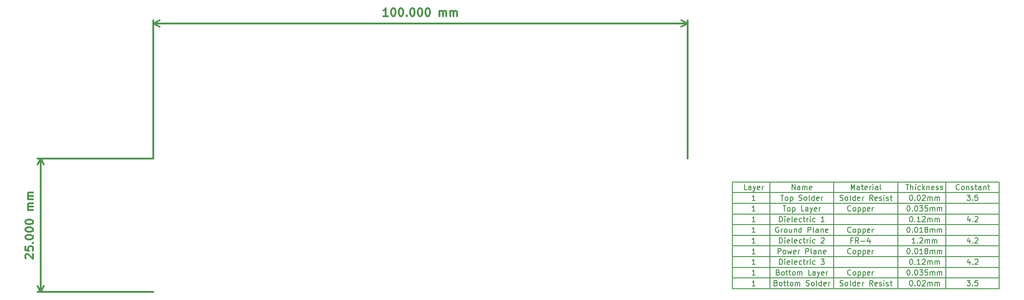
<source format=gbr>
G04 #@! TF.GenerationSoftware,KiCad,Pcbnew,5.0.2+dfsg1-1~bpo9+1*
G04 #@! TF.CreationDate,2019-10-09T09:51:36+02:00*
G04 #@! TF.ProjectId,OV9281-Dual-Camera-Board-Rev.1.1,4f563932-3831-42d4-9475-616c2d43616d,rev?*
G04 #@! TF.SameCoordinates,Original*
G04 #@! TF.FileFunction,Drawing*
%FSLAX46Y46*%
G04 Gerber Fmt 4.6, Leading zero omitted, Abs format (unit mm)*
G04 Created by KiCad (PCBNEW 5.0.2+dfsg1-1~bpo9+1) date Wed 09 Oct 2019 09:51:36 AM CEST*
%MOMM*%
%LPD*%
G01*
G04 APERTURE LIST*
%ADD10C,0.200000*%
%ADD11C,0.150000*%
%ADD12C,0.300000*%
G04 APERTURE END LIST*
D10*
X248410000Y-122370000D02*
X258410000Y-122370000D01*
X248410000Y-120370000D02*
X258410000Y-120370000D01*
X248410000Y-118370000D02*
X258410000Y-118370000D01*
X248410000Y-116370000D02*
X258410000Y-116370000D01*
X248410000Y-114370000D02*
X258410000Y-114370000D01*
X248410000Y-112370000D02*
X258410000Y-112370000D01*
X248410000Y-110370000D02*
X258410000Y-110370000D01*
X248410000Y-108370000D02*
X258410000Y-108370000D01*
D11*
X241362380Y-116822380D02*
X241457619Y-116822380D01*
X241552857Y-116870000D01*
X241600476Y-116917619D01*
X241648095Y-117012857D01*
X241695714Y-117203333D01*
X241695714Y-117441428D01*
X241648095Y-117631904D01*
X241600476Y-117727142D01*
X241552857Y-117774761D01*
X241457619Y-117822380D01*
X241362380Y-117822380D01*
X241267142Y-117774761D01*
X241219523Y-117727142D01*
X241171904Y-117631904D01*
X241124285Y-117441428D01*
X241124285Y-117203333D01*
X241171904Y-117012857D01*
X241219523Y-116917619D01*
X241267142Y-116870000D01*
X241362380Y-116822380D01*
X242124285Y-117727142D02*
X242171904Y-117774761D01*
X242124285Y-117822380D01*
X242076666Y-117774761D01*
X242124285Y-117727142D01*
X242124285Y-117822380D01*
X242790952Y-116822380D02*
X242886190Y-116822380D01*
X242981428Y-116870000D01*
X243029047Y-116917619D01*
X243076666Y-117012857D01*
X243124285Y-117203333D01*
X243124285Y-117441428D01*
X243076666Y-117631904D01*
X243029047Y-117727142D01*
X242981428Y-117774761D01*
X242886190Y-117822380D01*
X242790952Y-117822380D01*
X242695714Y-117774761D01*
X242648095Y-117727142D01*
X242600476Y-117631904D01*
X242552857Y-117441428D01*
X242552857Y-117203333D01*
X242600476Y-117012857D01*
X242648095Y-116917619D01*
X242695714Y-116870000D01*
X242790952Y-116822380D01*
X244076666Y-117822380D02*
X243505238Y-117822380D01*
X243790952Y-117822380D02*
X243790952Y-116822380D01*
X243695714Y-116965238D01*
X243600476Y-117060476D01*
X243505238Y-117108095D01*
X244648095Y-117250952D02*
X244552857Y-117203333D01*
X244505238Y-117155714D01*
X244457619Y-117060476D01*
X244457619Y-117012857D01*
X244505238Y-116917619D01*
X244552857Y-116870000D01*
X244648095Y-116822380D01*
X244838571Y-116822380D01*
X244933809Y-116870000D01*
X244981428Y-116917619D01*
X245029047Y-117012857D01*
X245029047Y-117060476D01*
X244981428Y-117155714D01*
X244933809Y-117203333D01*
X244838571Y-117250952D01*
X244648095Y-117250952D01*
X244552857Y-117298571D01*
X244505238Y-117346190D01*
X244457619Y-117441428D01*
X244457619Y-117631904D01*
X244505238Y-117727142D01*
X244552857Y-117774761D01*
X244648095Y-117822380D01*
X244838571Y-117822380D01*
X244933809Y-117774761D01*
X244981428Y-117727142D01*
X245029047Y-117631904D01*
X245029047Y-117441428D01*
X244981428Y-117346190D01*
X244933809Y-117298571D01*
X244838571Y-117250952D01*
X245457619Y-117822380D02*
X245457619Y-117155714D01*
X245457619Y-117250952D02*
X245505238Y-117203333D01*
X245600476Y-117155714D01*
X245743333Y-117155714D01*
X245838571Y-117203333D01*
X245886190Y-117298571D01*
X245886190Y-117822380D01*
X245886190Y-117298571D02*
X245933809Y-117203333D01*
X246029047Y-117155714D01*
X246171904Y-117155714D01*
X246267142Y-117203333D01*
X246314761Y-117298571D01*
X246314761Y-117822380D01*
X246790952Y-117822380D02*
X246790952Y-117155714D01*
X246790952Y-117250952D02*
X246838571Y-117203333D01*
X246933809Y-117155714D01*
X247076666Y-117155714D01*
X247171904Y-117203333D01*
X247219523Y-117298571D01*
X247219523Y-117822380D01*
X247219523Y-117298571D02*
X247267142Y-117203333D01*
X247362380Y-117155714D01*
X247505238Y-117155714D01*
X247600476Y-117203333D01*
X247648095Y-117298571D01*
X247648095Y-117822380D01*
X241362380Y-112822380D02*
X241457619Y-112822380D01*
X241552857Y-112870000D01*
X241600476Y-112917619D01*
X241648095Y-113012857D01*
X241695714Y-113203333D01*
X241695714Y-113441428D01*
X241648095Y-113631904D01*
X241600476Y-113727142D01*
X241552857Y-113774761D01*
X241457619Y-113822380D01*
X241362380Y-113822380D01*
X241267142Y-113774761D01*
X241219523Y-113727142D01*
X241171904Y-113631904D01*
X241124285Y-113441428D01*
X241124285Y-113203333D01*
X241171904Y-113012857D01*
X241219523Y-112917619D01*
X241267142Y-112870000D01*
X241362380Y-112822380D01*
X242124285Y-113727142D02*
X242171904Y-113774761D01*
X242124285Y-113822380D01*
X242076666Y-113774761D01*
X242124285Y-113727142D01*
X242124285Y-113822380D01*
X242790952Y-112822380D02*
X242886190Y-112822380D01*
X242981428Y-112870000D01*
X243029047Y-112917619D01*
X243076666Y-113012857D01*
X243124285Y-113203333D01*
X243124285Y-113441428D01*
X243076666Y-113631904D01*
X243029047Y-113727142D01*
X242981428Y-113774761D01*
X242886190Y-113822380D01*
X242790952Y-113822380D01*
X242695714Y-113774761D01*
X242648095Y-113727142D01*
X242600476Y-113631904D01*
X242552857Y-113441428D01*
X242552857Y-113203333D01*
X242600476Y-113012857D01*
X242648095Y-112917619D01*
X242695714Y-112870000D01*
X242790952Y-112822380D01*
X244076666Y-113822380D02*
X243505238Y-113822380D01*
X243790952Y-113822380D02*
X243790952Y-112822380D01*
X243695714Y-112965238D01*
X243600476Y-113060476D01*
X243505238Y-113108095D01*
X244648095Y-113250952D02*
X244552857Y-113203333D01*
X244505238Y-113155714D01*
X244457619Y-113060476D01*
X244457619Y-113012857D01*
X244505238Y-112917619D01*
X244552857Y-112870000D01*
X244648095Y-112822380D01*
X244838571Y-112822380D01*
X244933809Y-112870000D01*
X244981428Y-112917619D01*
X245029047Y-113012857D01*
X245029047Y-113060476D01*
X244981428Y-113155714D01*
X244933809Y-113203333D01*
X244838571Y-113250952D01*
X244648095Y-113250952D01*
X244552857Y-113298571D01*
X244505238Y-113346190D01*
X244457619Y-113441428D01*
X244457619Y-113631904D01*
X244505238Y-113727142D01*
X244552857Y-113774761D01*
X244648095Y-113822380D01*
X244838571Y-113822380D01*
X244933809Y-113774761D01*
X244981428Y-113727142D01*
X245029047Y-113631904D01*
X245029047Y-113441428D01*
X244981428Y-113346190D01*
X244933809Y-113298571D01*
X244838571Y-113250952D01*
X245457619Y-113822380D02*
X245457619Y-113155714D01*
X245457619Y-113250952D02*
X245505238Y-113203333D01*
X245600476Y-113155714D01*
X245743333Y-113155714D01*
X245838571Y-113203333D01*
X245886190Y-113298571D01*
X245886190Y-113822380D01*
X245886190Y-113298571D02*
X245933809Y-113203333D01*
X246029047Y-113155714D01*
X246171904Y-113155714D01*
X246267142Y-113203333D01*
X246314761Y-113298571D01*
X246314761Y-113822380D01*
X246790952Y-113822380D02*
X246790952Y-113155714D01*
X246790952Y-113250952D02*
X246838571Y-113203333D01*
X246933809Y-113155714D01*
X247076666Y-113155714D01*
X247171904Y-113203333D01*
X247219523Y-113298571D01*
X247219523Y-113822380D01*
X247219523Y-113298571D02*
X247267142Y-113203333D01*
X247362380Y-113155714D01*
X247505238Y-113155714D01*
X247600476Y-113203333D01*
X247648095Y-113298571D01*
X247648095Y-113822380D01*
X241838571Y-110822380D02*
X241933809Y-110822380D01*
X242029047Y-110870000D01*
X242076666Y-110917619D01*
X242124285Y-111012857D01*
X242171904Y-111203333D01*
X242171904Y-111441428D01*
X242124285Y-111631904D01*
X242076666Y-111727142D01*
X242029047Y-111774761D01*
X241933809Y-111822380D01*
X241838571Y-111822380D01*
X241743333Y-111774761D01*
X241695714Y-111727142D01*
X241648095Y-111631904D01*
X241600476Y-111441428D01*
X241600476Y-111203333D01*
X241648095Y-111012857D01*
X241695714Y-110917619D01*
X241743333Y-110870000D01*
X241838571Y-110822380D01*
X242600476Y-111727142D02*
X242648095Y-111774761D01*
X242600476Y-111822380D01*
X242552857Y-111774761D01*
X242600476Y-111727142D01*
X242600476Y-111822380D01*
X243600476Y-111822380D02*
X243029047Y-111822380D01*
X243314761Y-111822380D02*
X243314761Y-110822380D01*
X243219523Y-110965238D01*
X243124285Y-111060476D01*
X243029047Y-111108095D01*
X243981428Y-110917619D02*
X244029047Y-110870000D01*
X244124285Y-110822380D01*
X244362380Y-110822380D01*
X244457619Y-110870000D01*
X244505238Y-110917619D01*
X244552857Y-111012857D01*
X244552857Y-111108095D01*
X244505238Y-111250952D01*
X243933809Y-111822380D01*
X244552857Y-111822380D01*
X244981428Y-111822380D02*
X244981428Y-111155714D01*
X244981428Y-111250952D02*
X245029047Y-111203333D01*
X245124285Y-111155714D01*
X245267142Y-111155714D01*
X245362380Y-111203333D01*
X245410000Y-111298571D01*
X245410000Y-111822380D01*
X245410000Y-111298571D02*
X245457619Y-111203333D01*
X245552857Y-111155714D01*
X245695714Y-111155714D01*
X245790952Y-111203333D01*
X245838571Y-111298571D01*
X245838571Y-111822380D01*
X246314761Y-111822380D02*
X246314761Y-111155714D01*
X246314761Y-111250952D02*
X246362380Y-111203333D01*
X246457619Y-111155714D01*
X246600476Y-111155714D01*
X246695714Y-111203333D01*
X246743333Y-111298571D01*
X246743333Y-111822380D01*
X246743333Y-111298571D02*
X246790952Y-111203333D01*
X246886190Y-111155714D01*
X247029047Y-111155714D01*
X247124285Y-111203333D01*
X247171904Y-111298571D01*
X247171904Y-111822380D01*
X241838571Y-118822380D02*
X241933809Y-118822380D01*
X242029047Y-118870000D01*
X242076666Y-118917619D01*
X242124285Y-119012857D01*
X242171904Y-119203333D01*
X242171904Y-119441428D01*
X242124285Y-119631904D01*
X242076666Y-119727142D01*
X242029047Y-119774761D01*
X241933809Y-119822380D01*
X241838571Y-119822380D01*
X241743333Y-119774761D01*
X241695714Y-119727142D01*
X241648095Y-119631904D01*
X241600476Y-119441428D01*
X241600476Y-119203333D01*
X241648095Y-119012857D01*
X241695714Y-118917619D01*
X241743333Y-118870000D01*
X241838571Y-118822380D01*
X242600476Y-119727142D02*
X242648095Y-119774761D01*
X242600476Y-119822380D01*
X242552857Y-119774761D01*
X242600476Y-119727142D01*
X242600476Y-119822380D01*
X243600476Y-119822380D02*
X243029047Y-119822380D01*
X243314761Y-119822380D02*
X243314761Y-118822380D01*
X243219523Y-118965238D01*
X243124285Y-119060476D01*
X243029047Y-119108095D01*
X243981428Y-118917619D02*
X244029047Y-118870000D01*
X244124285Y-118822380D01*
X244362380Y-118822380D01*
X244457619Y-118870000D01*
X244505238Y-118917619D01*
X244552857Y-119012857D01*
X244552857Y-119108095D01*
X244505238Y-119250952D01*
X243933809Y-119822380D01*
X244552857Y-119822380D01*
X244981428Y-119822380D02*
X244981428Y-119155714D01*
X244981428Y-119250952D02*
X245029047Y-119203333D01*
X245124285Y-119155714D01*
X245267142Y-119155714D01*
X245362380Y-119203333D01*
X245410000Y-119298571D01*
X245410000Y-119822380D01*
X245410000Y-119298571D02*
X245457619Y-119203333D01*
X245552857Y-119155714D01*
X245695714Y-119155714D01*
X245790952Y-119203333D01*
X245838571Y-119298571D01*
X245838571Y-119822380D01*
X246314761Y-119822380D02*
X246314761Y-119155714D01*
X246314761Y-119250952D02*
X246362380Y-119203333D01*
X246457619Y-119155714D01*
X246600476Y-119155714D01*
X246695714Y-119203333D01*
X246743333Y-119298571D01*
X246743333Y-119822380D01*
X246743333Y-119298571D02*
X246790952Y-119203333D01*
X246886190Y-119155714D01*
X247029047Y-119155714D01*
X247124285Y-119203333D01*
X247171904Y-119298571D01*
X247171904Y-119822380D01*
X242648095Y-115822380D02*
X242076666Y-115822380D01*
X242362380Y-115822380D02*
X242362380Y-114822380D01*
X242267142Y-114965238D01*
X242171904Y-115060476D01*
X242076666Y-115108095D01*
X243076666Y-115727142D02*
X243124285Y-115774761D01*
X243076666Y-115822380D01*
X243029047Y-115774761D01*
X243076666Y-115727142D01*
X243076666Y-115822380D01*
X243505238Y-114917619D02*
X243552857Y-114870000D01*
X243648095Y-114822380D01*
X243886190Y-114822380D01*
X243981428Y-114870000D01*
X244029047Y-114917619D01*
X244076666Y-115012857D01*
X244076666Y-115108095D01*
X244029047Y-115250952D01*
X243457619Y-115822380D01*
X244076666Y-115822380D01*
X244505238Y-115822380D02*
X244505238Y-115155714D01*
X244505238Y-115250952D02*
X244552857Y-115203333D01*
X244648095Y-115155714D01*
X244790952Y-115155714D01*
X244886190Y-115203333D01*
X244933809Y-115298571D01*
X244933809Y-115822380D01*
X244933809Y-115298571D02*
X244981428Y-115203333D01*
X245076666Y-115155714D01*
X245219523Y-115155714D01*
X245314761Y-115203333D01*
X245362380Y-115298571D01*
X245362380Y-115822380D01*
X245838571Y-115822380D02*
X245838571Y-115155714D01*
X245838571Y-115250952D02*
X245886190Y-115203333D01*
X245981428Y-115155714D01*
X246124285Y-115155714D01*
X246219523Y-115203333D01*
X246267142Y-115298571D01*
X246267142Y-115822380D01*
X246267142Y-115298571D02*
X246314761Y-115203333D01*
X246410000Y-115155714D01*
X246552857Y-115155714D01*
X246648095Y-115203333D01*
X246695714Y-115298571D01*
X246695714Y-115822380D01*
X241838571Y-122822380D02*
X241933809Y-122822380D01*
X242029047Y-122870000D01*
X242076666Y-122917619D01*
X242124285Y-123012857D01*
X242171904Y-123203333D01*
X242171904Y-123441428D01*
X242124285Y-123631904D01*
X242076666Y-123727142D01*
X242029047Y-123774761D01*
X241933809Y-123822380D01*
X241838571Y-123822380D01*
X241743333Y-123774761D01*
X241695714Y-123727142D01*
X241648095Y-123631904D01*
X241600476Y-123441428D01*
X241600476Y-123203333D01*
X241648095Y-123012857D01*
X241695714Y-122917619D01*
X241743333Y-122870000D01*
X241838571Y-122822380D01*
X242600476Y-123727142D02*
X242648095Y-123774761D01*
X242600476Y-123822380D01*
X242552857Y-123774761D01*
X242600476Y-123727142D01*
X242600476Y-123822380D01*
X243267142Y-122822380D02*
X243362380Y-122822380D01*
X243457619Y-122870000D01*
X243505238Y-122917619D01*
X243552857Y-123012857D01*
X243600476Y-123203333D01*
X243600476Y-123441428D01*
X243552857Y-123631904D01*
X243505238Y-123727142D01*
X243457619Y-123774761D01*
X243362380Y-123822380D01*
X243267142Y-123822380D01*
X243171904Y-123774761D01*
X243124285Y-123727142D01*
X243076666Y-123631904D01*
X243029047Y-123441428D01*
X243029047Y-123203333D01*
X243076666Y-123012857D01*
X243124285Y-122917619D01*
X243171904Y-122870000D01*
X243267142Y-122822380D01*
X243981428Y-122917619D02*
X244029047Y-122870000D01*
X244124285Y-122822380D01*
X244362380Y-122822380D01*
X244457619Y-122870000D01*
X244505238Y-122917619D01*
X244552857Y-123012857D01*
X244552857Y-123108095D01*
X244505238Y-123250952D01*
X243933809Y-123822380D01*
X244552857Y-123822380D01*
X244981428Y-123822380D02*
X244981428Y-123155714D01*
X244981428Y-123250952D02*
X245029047Y-123203333D01*
X245124285Y-123155714D01*
X245267142Y-123155714D01*
X245362380Y-123203333D01*
X245410000Y-123298571D01*
X245410000Y-123822380D01*
X245410000Y-123298571D02*
X245457619Y-123203333D01*
X245552857Y-123155714D01*
X245695714Y-123155714D01*
X245790952Y-123203333D01*
X245838571Y-123298571D01*
X245838571Y-123822380D01*
X246314761Y-123822380D02*
X246314761Y-123155714D01*
X246314761Y-123250952D02*
X246362380Y-123203333D01*
X246457619Y-123155714D01*
X246600476Y-123155714D01*
X246695714Y-123203333D01*
X246743333Y-123298571D01*
X246743333Y-123822380D01*
X246743333Y-123298571D02*
X246790952Y-123203333D01*
X246886190Y-123155714D01*
X247029047Y-123155714D01*
X247124285Y-123203333D01*
X247171904Y-123298571D01*
X247171904Y-123822380D01*
D10*
X248410000Y-104370000D02*
X258410000Y-104370000D01*
X258410000Y-104370000D02*
X258410000Y-124370000D01*
X258410000Y-124370000D02*
X248410000Y-124370000D01*
X248410000Y-124370000D02*
X248410000Y-122370000D01*
X227410000Y-104370000D02*
X227410000Y-124370000D01*
D11*
X228576666Y-107774761D02*
X228719523Y-107822380D01*
X228957619Y-107822380D01*
X229052857Y-107774761D01*
X229100476Y-107727142D01*
X229148095Y-107631904D01*
X229148095Y-107536666D01*
X229100476Y-107441428D01*
X229052857Y-107393809D01*
X228957619Y-107346190D01*
X228767142Y-107298571D01*
X228671904Y-107250952D01*
X228624285Y-107203333D01*
X228576666Y-107108095D01*
X228576666Y-107012857D01*
X228624285Y-106917619D01*
X228671904Y-106870000D01*
X228767142Y-106822380D01*
X229005238Y-106822380D01*
X229148095Y-106870000D01*
X229719523Y-107822380D02*
X229624285Y-107774761D01*
X229576666Y-107727142D01*
X229529047Y-107631904D01*
X229529047Y-107346190D01*
X229576666Y-107250952D01*
X229624285Y-107203333D01*
X229719523Y-107155714D01*
X229862380Y-107155714D01*
X229957619Y-107203333D01*
X230005238Y-107250952D01*
X230052857Y-107346190D01*
X230052857Y-107631904D01*
X230005238Y-107727142D01*
X229957619Y-107774761D01*
X229862380Y-107822380D01*
X229719523Y-107822380D01*
X230624285Y-107822380D02*
X230529047Y-107774761D01*
X230481428Y-107679523D01*
X230481428Y-106822380D01*
X231433809Y-107822380D02*
X231433809Y-106822380D01*
X231433809Y-107774761D02*
X231338571Y-107822380D01*
X231148095Y-107822380D01*
X231052857Y-107774761D01*
X231005238Y-107727142D01*
X230957619Y-107631904D01*
X230957619Y-107346190D01*
X231005238Y-107250952D01*
X231052857Y-107203333D01*
X231148095Y-107155714D01*
X231338571Y-107155714D01*
X231433809Y-107203333D01*
X232290952Y-107774761D02*
X232195714Y-107822380D01*
X232005238Y-107822380D01*
X231910000Y-107774761D01*
X231862380Y-107679523D01*
X231862380Y-107298571D01*
X231910000Y-107203333D01*
X232005238Y-107155714D01*
X232195714Y-107155714D01*
X232290952Y-107203333D01*
X232338571Y-107298571D01*
X232338571Y-107393809D01*
X231862380Y-107489047D01*
X232767142Y-107822380D02*
X232767142Y-107155714D01*
X232767142Y-107346190D02*
X232814761Y-107250952D01*
X232862380Y-107203333D01*
X232957619Y-107155714D01*
X233052857Y-107155714D01*
X234719523Y-107822380D02*
X234386190Y-107346190D01*
X234148095Y-107822380D02*
X234148095Y-106822380D01*
X234529047Y-106822380D01*
X234624285Y-106870000D01*
X234671904Y-106917619D01*
X234719523Y-107012857D01*
X234719523Y-107155714D01*
X234671904Y-107250952D01*
X234624285Y-107298571D01*
X234529047Y-107346190D01*
X234148095Y-107346190D01*
X235529047Y-107774761D02*
X235433809Y-107822380D01*
X235243333Y-107822380D01*
X235148095Y-107774761D01*
X235100476Y-107679523D01*
X235100476Y-107298571D01*
X235148095Y-107203333D01*
X235243333Y-107155714D01*
X235433809Y-107155714D01*
X235529047Y-107203333D01*
X235576666Y-107298571D01*
X235576666Y-107393809D01*
X235100476Y-107489047D01*
X235957619Y-107774761D02*
X236052857Y-107822380D01*
X236243333Y-107822380D01*
X236338571Y-107774761D01*
X236386190Y-107679523D01*
X236386190Y-107631904D01*
X236338571Y-107536666D01*
X236243333Y-107489047D01*
X236100476Y-107489047D01*
X236005238Y-107441428D01*
X235957619Y-107346190D01*
X235957619Y-107298571D01*
X236005238Y-107203333D01*
X236100476Y-107155714D01*
X236243333Y-107155714D01*
X236338571Y-107203333D01*
X236814761Y-107822380D02*
X236814761Y-107155714D01*
X236814761Y-106822380D02*
X236767142Y-106870000D01*
X236814761Y-106917619D01*
X236862380Y-106870000D01*
X236814761Y-106822380D01*
X236814761Y-106917619D01*
X237243333Y-107774761D02*
X237338571Y-107822380D01*
X237529047Y-107822380D01*
X237624285Y-107774761D01*
X237671904Y-107679523D01*
X237671904Y-107631904D01*
X237624285Y-107536666D01*
X237529047Y-107489047D01*
X237386190Y-107489047D01*
X237290952Y-107441428D01*
X237243333Y-107346190D01*
X237243333Y-107298571D01*
X237290952Y-107203333D01*
X237386190Y-107155714D01*
X237529047Y-107155714D01*
X237624285Y-107203333D01*
X237957619Y-107155714D02*
X238338571Y-107155714D01*
X238100476Y-106822380D02*
X238100476Y-107679523D01*
X238148095Y-107774761D01*
X238243333Y-107822380D01*
X238338571Y-107822380D01*
X230624285Y-113727142D02*
X230576666Y-113774761D01*
X230433809Y-113822380D01*
X230338571Y-113822380D01*
X230195714Y-113774761D01*
X230100476Y-113679523D01*
X230052857Y-113584285D01*
X230005238Y-113393809D01*
X230005238Y-113250952D01*
X230052857Y-113060476D01*
X230100476Y-112965238D01*
X230195714Y-112870000D01*
X230338571Y-112822380D01*
X230433809Y-112822380D01*
X230576666Y-112870000D01*
X230624285Y-112917619D01*
X231195714Y-113822380D02*
X231100476Y-113774761D01*
X231052857Y-113727142D01*
X231005238Y-113631904D01*
X231005238Y-113346190D01*
X231052857Y-113250952D01*
X231100476Y-113203333D01*
X231195714Y-113155714D01*
X231338571Y-113155714D01*
X231433809Y-113203333D01*
X231481428Y-113250952D01*
X231529047Y-113346190D01*
X231529047Y-113631904D01*
X231481428Y-113727142D01*
X231433809Y-113774761D01*
X231338571Y-113822380D01*
X231195714Y-113822380D01*
X231957619Y-113155714D02*
X231957619Y-114155714D01*
X231957619Y-113203333D02*
X232052857Y-113155714D01*
X232243333Y-113155714D01*
X232338571Y-113203333D01*
X232386190Y-113250952D01*
X232433809Y-113346190D01*
X232433809Y-113631904D01*
X232386190Y-113727142D01*
X232338571Y-113774761D01*
X232243333Y-113822380D01*
X232052857Y-113822380D01*
X231957619Y-113774761D01*
X232862380Y-113155714D02*
X232862380Y-114155714D01*
X232862380Y-113203333D02*
X232957619Y-113155714D01*
X233148095Y-113155714D01*
X233243333Y-113203333D01*
X233290952Y-113250952D01*
X233338571Y-113346190D01*
X233338571Y-113631904D01*
X233290952Y-113727142D01*
X233243333Y-113774761D01*
X233148095Y-113822380D01*
X232957619Y-113822380D01*
X232862380Y-113774761D01*
X234148095Y-113774761D02*
X234052857Y-113822380D01*
X233862380Y-113822380D01*
X233767142Y-113774761D01*
X233719523Y-113679523D01*
X233719523Y-113298571D01*
X233767142Y-113203333D01*
X233862380Y-113155714D01*
X234052857Y-113155714D01*
X234148095Y-113203333D01*
X234195714Y-113298571D01*
X234195714Y-113393809D01*
X233719523Y-113489047D01*
X234624285Y-113822380D02*
X234624285Y-113155714D01*
X234624285Y-113346190D02*
X234671904Y-113250952D01*
X234719523Y-113203333D01*
X234814761Y-113155714D01*
X234910000Y-113155714D01*
X230624285Y-109727142D02*
X230576666Y-109774761D01*
X230433809Y-109822380D01*
X230338571Y-109822380D01*
X230195714Y-109774761D01*
X230100476Y-109679523D01*
X230052857Y-109584285D01*
X230005238Y-109393809D01*
X230005238Y-109250952D01*
X230052857Y-109060476D01*
X230100476Y-108965238D01*
X230195714Y-108870000D01*
X230338571Y-108822380D01*
X230433809Y-108822380D01*
X230576666Y-108870000D01*
X230624285Y-108917619D01*
X231195714Y-109822380D02*
X231100476Y-109774761D01*
X231052857Y-109727142D01*
X231005238Y-109631904D01*
X231005238Y-109346190D01*
X231052857Y-109250952D01*
X231100476Y-109203333D01*
X231195714Y-109155714D01*
X231338571Y-109155714D01*
X231433809Y-109203333D01*
X231481428Y-109250952D01*
X231529047Y-109346190D01*
X231529047Y-109631904D01*
X231481428Y-109727142D01*
X231433809Y-109774761D01*
X231338571Y-109822380D01*
X231195714Y-109822380D01*
X231957619Y-109155714D02*
X231957619Y-110155714D01*
X231957619Y-109203333D02*
X232052857Y-109155714D01*
X232243333Y-109155714D01*
X232338571Y-109203333D01*
X232386190Y-109250952D01*
X232433809Y-109346190D01*
X232433809Y-109631904D01*
X232386190Y-109727142D01*
X232338571Y-109774761D01*
X232243333Y-109822380D01*
X232052857Y-109822380D01*
X231957619Y-109774761D01*
X232862380Y-109155714D02*
X232862380Y-110155714D01*
X232862380Y-109203333D02*
X232957619Y-109155714D01*
X233148095Y-109155714D01*
X233243333Y-109203333D01*
X233290952Y-109250952D01*
X233338571Y-109346190D01*
X233338571Y-109631904D01*
X233290952Y-109727142D01*
X233243333Y-109774761D01*
X233148095Y-109822380D01*
X232957619Y-109822380D01*
X232862380Y-109774761D01*
X234148095Y-109774761D02*
X234052857Y-109822380D01*
X233862380Y-109822380D01*
X233767142Y-109774761D01*
X233719523Y-109679523D01*
X233719523Y-109298571D01*
X233767142Y-109203333D01*
X233862380Y-109155714D01*
X234052857Y-109155714D01*
X234148095Y-109203333D01*
X234195714Y-109298571D01*
X234195714Y-109393809D01*
X233719523Y-109489047D01*
X234624285Y-109822380D02*
X234624285Y-109155714D01*
X234624285Y-109346190D02*
X234671904Y-109250952D01*
X234719523Y-109203333D01*
X234814761Y-109155714D01*
X234910000Y-109155714D01*
X230624285Y-117727142D02*
X230576666Y-117774761D01*
X230433809Y-117822380D01*
X230338571Y-117822380D01*
X230195714Y-117774761D01*
X230100476Y-117679523D01*
X230052857Y-117584285D01*
X230005238Y-117393809D01*
X230005238Y-117250952D01*
X230052857Y-117060476D01*
X230100476Y-116965238D01*
X230195714Y-116870000D01*
X230338571Y-116822380D01*
X230433809Y-116822380D01*
X230576666Y-116870000D01*
X230624285Y-116917619D01*
X231195714Y-117822380D02*
X231100476Y-117774761D01*
X231052857Y-117727142D01*
X231005238Y-117631904D01*
X231005238Y-117346190D01*
X231052857Y-117250952D01*
X231100476Y-117203333D01*
X231195714Y-117155714D01*
X231338571Y-117155714D01*
X231433809Y-117203333D01*
X231481428Y-117250952D01*
X231529047Y-117346190D01*
X231529047Y-117631904D01*
X231481428Y-117727142D01*
X231433809Y-117774761D01*
X231338571Y-117822380D01*
X231195714Y-117822380D01*
X231957619Y-117155714D02*
X231957619Y-118155714D01*
X231957619Y-117203333D02*
X232052857Y-117155714D01*
X232243333Y-117155714D01*
X232338571Y-117203333D01*
X232386190Y-117250952D01*
X232433809Y-117346190D01*
X232433809Y-117631904D01*
X232386190Y-117727142D01*
X232338571Y-117774761D01*
X232243333Y-117822380D01*
X232052857Y-117822380D01*
X231957619Y-117774761D01*
X232862380Y-117155714D02*
X232862380Y-118155714D01*
X232862380Y-117203333D02*
X232957619Y-117155714D01*
X233148095Y-117155714D01*
X233243333Y-117203333D01*
X233290952Y-117250952D01*
X233338571Y-117346190D01*
X233338571Y-117631904D01*
X233290952Y-117727142D01*
X233243333Y-117774761D01*
X233148095Y-117822380D01*
X232957619Y-117822380D01*
X232862380Y-117774761D01*
X234148095Y-117774761D02*
X234052857Y-117822380D01*
X233862380Y-117822380D01*
X233767142Y-117774761D01*
X233719523Y-117679523D01*
X233719523Y-117298571D01*
X233767142Y-117203333D01*
X233862380Y-117155714D01*
X234052857Y-117155714D01*
X234148095Y-117203333D01*
X234195714Y-117298571D01*
X234195714Y-117393809D01*
X233719523Y-117489047D01*
X234624285Y-117822380D02*
X234624285Y-117155714D01*
X234624285Y-117346190D02*
X234671904Y-117250952D01*
X234719523Y-117203333D01*
X234814761Y-117155714D01*
X234910000Y-117155714D01*
X230957619Y-115298571D02*
X230624285Y-115298571D01*
X230624285Y-115822380D02*
X230624285Y-114822380D01*
X231100476Y-114822380D01*
X232052857Y-115822380D02*
X231719523Y-115346190D01*
X231481428Y-115822380D02*
X231481428Y-114822380D01*
X231862380Y-114822380D01*
X231957619Y-114870000D01*
X232005238Y-114917619D01*
X232052857Y-115012857D01*
X232052857Y-115155714D01*
X232005238Y-115250952D01*
X231957619Y-115298571D01*
X231862380Y-115346190D01*
X231481428Y-115346190D01*
X232481428Y-115441428D02*
X233243333Y-115441428D01*
X234148095Y-115155714D02*
X234148095Y-115822380D01*
X233910000Y-114774761D02*
X233671904Y-115489047D01*
X234290952Y-115489047D01*
X228576666Y-123774761D02*
X228719523Y-123822380D01*
X228957619Y-123822380D01*
X229052857Y-123774761D01*
X229100476Y-123727142D01*
X229148095Y-123631904D01*
X229148095Y-123536666D01*
X229100476Y-123441428D01*
X229052857Y-123393809D01*
X228957619Y-123346190D01*
X228767142Y-123298571D01*
X228671904Y-123250952D01*
X228624285Y-123203333D01*
X228576666Y-123108095D01*
X228576666Y-123012857D01*
X228624285Y-122917619D01*
X228671904Y-122870000D01*
X228767142Y-122822380D01*
X229005238Y-122822380D01*
X229148095Y-122870000D01*
X229719523Y-123822380D02*
X229624285Y-123774761D01*
X229576666Y-123727142D01*
X229529047Y-123631904D01*
X229529047Y-123346190D01*
X229576666Y-123250952D01*
X229624285Y-123203333D01*
X229719523Y-123155714D01*
X229862380Y-123155714D01*
X229957619Y-123203333D01*
X230005238Y-123250952D01*
X230052857Y-123346190D01*
X230052857Y-123631904D01*
X230005238Y-123727142D01*
X229957619Y-123774761D01*
X229862380Y-123822380D01*
X229719523Y-123822380D01*
X230624285Y-123822380D02*
X230529047Y-123774761D01*
X230481428Y-123679523D01*
X230481428Y-122822380D01*
X231433809Y-123822380D02*
X231433809Y-122822380D01*
X231433809Y-123774761D02*
X231338571Y-123822380D01*
X231148095Y-123822380D01*
X231052857Y-123774761D01*
X231005238Y-123727142D01*
X230957619Y-123631904D01*
X230957619Y-123346190D01*
X231005238Y-123250952D01*
X231052857Y-123203333D01*
X231148095Y-123155714D01*
X231338571Y-123155714D01*
X231433809Y-123203333D01*
X232290952Y-123774761D02*
X232195714Y-123822380D01*
X232005238Y-123822380D01*
X231910000Y-123774761D01*
X231862380Y-123679523D01*
X231862380Y-123298571D01*
X231910000Y-123203333D01*
X232005238Y-123155714D01*
X232195714Y-123155714D01*
X232290952Y-123203333D01*
X232338571Y-123298571D01*
X232338571Y-123393809D01*
X231862380Y-123489047D01*
X232767142Y-123822380D02*
X232767142Y-123155714D01*
X232767142Y-123346190D02*
X232814761Y-123250952D01*
X232862380Y-123203333D01*
X232957619Y-123155714D01*
X233052857Y-123155714D01*
X234719523Y-123822380D02*
X234386190Y-123346190D01*
X234148095Y-123822380D02*
X234148095Y-122822380D01*
X234529047Y-122822380D01*
X234624285Y-122870000D01*
X234671904Y-122917619D01*
X234719523Y-123012857D01*
X234719523Y-123155714D01*
X234671904Y-123250952D01*
X234624285Y-123298571D01*
X234529047Y-123346190D01*
X234148095Y-123346190D01*
X235529047Y-123774761D02*
X235433809Y-123822380D01*
X235243333Y-123822380D01*
X235148095Y-123774761D01*
X235100476Y-123679523D01*
X235100476Y-123298571D01*
X235148095Y-123203333D01*
X235243333Y-123155714D01*
X235433809Y-123155714D01*
X235529047Y-123203333D01*
X235576666Y-123298571D01*
X235576666Y-123393809D01*
X235100476Y-123489047D01*
X235957619Y-123774761D02*
X236052857Y-123822380D01*
X236243333Y-123822380D01*
X236338571Y-123774761D01*
X236386190Y-123679523D01*
X236386190Y-123631904D01*
X236338571Y-123536666D01*
X236243333Y-123489047D01*
X236100476Y-123489047D01*
X236005238Y-123441428D01*
X235957619Y-123346190D01*
X235957619Y-123298571D01*
X236005238Y-123203333D01*
X236100476Y-123155714D01*
X236243333Y-123155714D01*
X236338571Y-123203333D01*
X236814761Y-123822380D02*
X236814761Y-123155714D01*
X236814761Y-122822380D02*
X236767142Y-122870000D01*
X236814761Y-122917619D01*
X236862380Y-122870000D01*
X236814761Y-122822380D01*
X236814761Y-122917619D01*
X237243333Y-123774761D02*
X237338571Y-123822380D01*
X237529047Y-123822380D01*
X237624285Y-123774761D01*
X237671904Y-123679523D01*
X237671904Y-123631904D01*
X237624285Y-123536666D01*
X237529047Y-123489047D01*
X237386190Y-123489047D01*
X237290952Y-123441428D01*
X237243333Y-123346190D01*
X237243333Y-123298571D01*
X237290952Y-123203333D01*
X237386190Y-123155714D01*
X237529047Y-123155714D01*
X237624285Y-123203333D01*
X237957619Y-123155714D02*
X238338571Y-123155714D01*
X238100476Y-122822380D02*
X238100476Y-123679523D01*
X238148095Y-123774761D01*
X238243333Y-123822380D01*
X238338571Y-123822380D01*
X230624285Y-121727142D02*
X230576666Y-121774761D01*
X230433809Y-121822380D01*
X230338571Y-121822380D01*
X230195714Y-121774761D01*
X230100476Y-121679523D01*
X230052857Y-121584285D01*
X230005238Y-121393809D01*
X230005238Y-121250952D01*
X230052857Y-121060476D01*
X230100476Y-120965238D01*
X230195714Y-120870000D01*
X230338571Y-120822380D01*
X230433809Y-120822380D01*
X230576666Y-120870000D01*
X230624285Y-120917619D01*
X231195714Y-121822380D02*
X231100476Y-121774761D01*
X231052857Y-121727142D01*
X231005238Y-121631904D01*
X231005238Y-121346190D01*
X231052857Y-121250952D01*
X231100476Y-121203333D01*
X231195714Y-121155714D01*
X231338571Y-121155714D01*
X231433809Y-121203333D01*
X231481428Y-121250952D01*
X231529047Y-121346190D01*
X231529047Y-121631904D01*
X231481428Y-121727142D01*
X231433809Y-121774761D01*
X231338571Y-121822380D01*
X231195714Y-121822380D01*
X231957619Y-121155714D02*
X231957619Y-122155714D01*
X231957619Y-121203333D02*
X232052857Y-121155714D01*
X232243333Y-121155714D01*
X232338571Y-121203333D01*
X232386190Y-121250952D01*
X232433809Y-121346190D01*
X232433809Y-121631904D01*
X232386190Y-121727142D01*
X232338571Y-121774761D01*
X232243333Y-121822380D01*
X232052857Y-121822380D01*
X231957619Y-121774761D01*
X232862380Y-121155714D02*
X232862380Y-122155714D01*
X232862380Y-121203333D02*
X232957619Y-121155714D01*
X233148095Y-121155714D01*
X233243333Y-121203333D01*
X233290952Y-121250952D01*
X233338571Y-121346190D01*
X233338571Y-121631904D01*
X233290952Y-121727142D01*
X233243333Y-121774761D01*
X233148095Y-121822380D01*
X232957619Y-121822380D01*
X232862380Y-121774761D01*
X234148095Y-121774761D02*
X234052857Y-121822380D01*
X233862380Y-121822380D01*
X233767142Y-121774761D01*
X233719523Y-121679523D01*
X233719523Y-121298571D01*
X233767142Y-121203333D01*
X233862380Y-121155714D01*
X234052857Y-121155714D01*
X234148095Y-121203333D01*
X234195714Y-121298571D01*
X234195714Y-121393809D01*
X233719523Y-121489047D01*
X234624285Y-121822380D02*
X234624285Y-121155714D01*
X234624285Y-121346190D02*
X234671904Y-121250952D01*
X234719523Y-121203333D01*
X234814761Y-121155714D01*
X234910000Y-121155714D01*
D10*
X239410000Y-104370000D02*
X239410000Y-124370000D01*
X248410000Y-104370000D02*
X248410000Y-124370000D01*
D11*
X241838571Y-106822380D02*
X241933809Y-106822380D01*
X242029047Y-106870000D01*
X242076666Y-106917619D01*
X242124285Y-107012857D01*
X242171904Y-107203333D01*
X242171904Y-107441428D01*
X242124285Y-107631904D01*
X242076666Y-107727142D01*
X242029047Y-107774761D01*
X241933809Y-107822380D01*
X241838571Y-107822380D01*
X241743333Y-107774761D01*
X241695714Y-107727142D01*
X241648095Y-107631904D01*
X241600476Y-107441428D01*
X241600476Y-107203333D01*
X241648095Y-107012857D01*
X241695714Y-106917619D01*
X241743333Y-106870000D01*
X241838571Y-106822380D01*
X242600476Y-107727142D02*
X242648095Y-107774761D01*
X242600476Y-107822380D01*
X242552857Y-107774761D01*
X242600476Y-107727142D01*
X242600476Y-107822380D01*
X243267142Y-106822380D02*
X243362380Y-106822380D01*
X243457619Y-106870000D01*
X243505238Y-106917619D01*
X243552857Y-107012857D01*
X243600476Y-107203333D01*
X243600476Y-107441428D01*
X243552857Y-107631904D01*
X243505238Y-107727142D01*
X243457619Y-107774761D01*
X243362380Y-107822380D01*
X243267142Y-107822380D01*
X243171904Y-107774761D01*
X243124285Y-107727142D01*
X243076666Y-107631904D01*
X243029047Y-107441428D01*
X243029047Y-107203333D01*
X243076666Y-107012857D01*
X243124285Y-106917619D01*
X243171904Y-106870000D01*
X243267142Y-106822380D01*
X243981428Y-106917619D02*
X244029047Y-106870000D01*
X244124285Y-106822380D01*
X244362380Y-106822380D01*
X244457619Y-106870000D01*
X244505238Y-106917619D01*
X244552857Y-107012857D01*
X244552857Y-107108095D01*
X244505238Y-107250952D01*
X243933809Y-107822380D01*
X244552857Y-107822380D01*
X244981428Y-107822380D02*
X244981428Y-107155714D01*
X244981428Y-107250952D02*
X245029047Y-107203333D01*
X245124285Y-107155714D01*
X245267142Y-107155714D01*
X245362380Y-107203333D01*
X245410000Y-107298571D01*
X245410000Y-107822380D01*
X245410000Y-107298571D02*
X245457619Y-107203333D01*
X245552857Y-107155714D01*
X245695714Y-107155714D01*
X245790952Y-107203333D01*
X245838571Y-107298571D01*
X245838571Y-107822380D01*
X246314761Y-107822380D02*
X246314761Y-107155714D01*
X246314761Y-107250952D02*
X246362380Y-107203333D01*
X246457619Y-107155714D01*
X246600476Y-107155714D01*
X246695714Y-107203333D01*
X246743333Y-107298571D01*
X246743333Y-107822380D01*
X246743333Y-107298571D02*
X246790952Y-107203333D01*
X246886190Y-107155714D01*
X247029047Y-107155714D01*
X247124285Y-107203333D01*
X247171904Y-107298571D01*
X247171904Y-107822380D01*
D10*
X215410000Y-104370000D02*
X215410000Y-124370000D01*
D11*
X217457619Y-106822380D02*
X218029047Y-106822380D01*
X217743333Y-107822380D02*
X217743333Y-106822380D01*
X218505238Y-107822380D02*
X218410000Y-107774761D01*
X218362380Y-107727142D01*
X218314761Y-107631904D01*
X218314761Y-107346190D01*
X218362380Y-107250952D01*
X218410000Y-107203333D01*
X218505238Y-107155714D01*
X218648095Y-107155714D01*
X218743333Y-107203333D01*
X218790952Y-107250952D01*
X218838571Y-107346190D01*
X218838571Y-107631904D01*
X218790952Y-107727142D01*
X218743333Y-107774761D01*
X218648095Y-107822380D01*
X218505238Y-107822380D01*
X219267142Y-107155714D02*
X219267142Y-108155714D01*
X219267142Y-107203333D02*
X219362380Y-107155714D01*
X219552857Y-107155714D01*
X219648095Y-107203333D01*
X219695714Y-107250952D01*
X219743333Y-107346190D01*
X219743333Y-107631904D01*
X219695714Y-107727142D01*
X219648095Y-107774761D01*
X219552857Y-107822380D01*
X219362380Y-107822380D01*
X219267142Y-107774761D01*
X220886190Y-107774761D02*
X221029047Y-107822380D01*
X221267142Y-107822380D01*
X221362380Y-107774761D01*
X221410000Y-107727142D01*
X221457619Y-107631904D01*
X221457619Y-107536666D01*
X221410000Y-107441428D01*
X221362380Y-107393809D01*
X221267142Y-107346190D01*
X221076666Y-107298571D01*
X220981428Y-107250952D01*
X220933809Y-107203333D01*
X220886190Y-107108095D01*
X220886190Y-107012857D01*
X220933809Y-106917619D01*
X220981428Y-106870000D01*
X221076666Y-106822380D01*
X221314761Y-106822380D01*
X221457619Y-106870000D01*
X222029047Y-107822380D02*
X221933809Y-107774761D01*
X221886190Y-107727142D01*
X221838571Y-107631904D01*
X221838571Y-107346190D01*
X221886190Y-107250952D01*
X221933809Y-107203333D01*
X222029047Y-107155714D01*
X222171904Y-107155714D01*
X222267142Y-107203333D01*
X222314761Y-107250952D01*
X222362380Y-107346190D01*
X222362380Y-107631904D01*
X222314761Y-107727142D01*
X222267142Y-107774761D01*
X222171904Y-107822380D01*
X222029047Y-107822380D01*
X222933809Y-107822380D02*
X222838571Y-107774761D01*
X222790952Y-107679523D01*
X222790952Y-106822380D01*
X223743333Y-107822380D02*
X223743333Y-106822380D01*
X223743333Y-107774761D02*
X223648095Y-107822380D01*
X223457619Y-107822380D01*
X223362380Y-107774761D01*
X223314761Y-107727142D01*
X223267142Y-107631904D01*
X223267142Y-107346190D01*
X223314761Y-107250952D01*
X223362380Y-107203333D01*
X223457619Y-107155714D01*
X223648095Y-107155714D01*
X223743333Y-107203333D01*
X224600476Y-107774761D02*
X224505238Y-107822380D01*
X224314761Y-107822380D01*
X224219523Y-107774761D01*
X224171904Y-107679523D01*
X224171904Y-107298571D01*
X224219523Y-107203333D01*
X224314761Y-107155714D01*
X224505238Y-107155714D01*
X224600476Y-107203333D01*
X224648095Y-107298571D01*
X224648095Y-107393809D01*
X224171904Y-107489047D01*
X225076666Y-107822380D02*
X225076666Y-107155714D01*
X225076666Y-107346190D02*
X225124285Y-107250952D01*
X225171904Y-107203333D01*
X225267142Y-107155714D01*
X225362380Y-107155714D01*
X217862380Y-108822380D02*
X218433809Y-108822380D01*
X218148095Y-109822380D02*
X218148095Y-108822380D01*
X218910000Y-109822380D02*
X218814761Y-109774761D01*
X218767142Y-109727142D01*
X218719523Y-109631904D01*
X218719523Y-109346190D01*
X218767142Y-109250952D01*
X218814761Y-109203333D01*
X218910000Y-109155714D01*
X219052857Y-109155714D01*
X219148095Y-109203333D01*
X219195714Y-109250952D01*
X219243333Y-109346190D01*
X219243333Y-109631904D01*
X219195714Y-109727142D01*
X219148095Y-109774761D01*
X219052857Y-109822380D01*
X218910000Y-109822380D01*
X219671904Y-109155714D02*
X219671904Y-110155714D01*
X219671904Y-109203333D02*
X219767142Y-109155714D01*
X219957619Y-109155714D01*
X220052857Y-109203333D01*
X220100476Y-109250952D01*
X220148095Y-109346190D01*
X220148095Y-109631904D01*
X220100476Y-109727142D01*
X220052857Y-109774761D01*
X219957619Y-109822380D01*
X219767142Y-109822380D01*
X219671904Y-109774761D01*
X221814761Y-109822380D02*
X221338571Y-109822380D01*
X221338571Y-108822380D01*
X222576666Y-109822380D02*
X222576666Y-109298571D01*
X222529047Y-109203333D01*
X222433809Y-109155714D01*
X222243333Y-109155714D01*
X222148095Y-109203333D01*
X222576666Y-109774761D02*
X222481428Y-109822380D01*
X222243333Y-109822380D01*
X222148095Y-109774761D01*
X222100476Y-109679523D01*
X222100476Y-109584285D01*
X222148095Y-109489047D01*
X222243333Y-109441428D01*
X222481428Y-109441428D01*
X222576666Y-109393809D01*
X222957619Y-109155714D02*
X223195714Y-109822380D01*
X223433809Y-109155714D02*
X223195714Y-109822380D01*
X223100476Y-110060476D01*
X223052857Y-110108095D01*
X222957619Y-110155714D01*
X224195714Y-109774761D02*
X224100476Y-109822380D01*
X223910000Y-109822380D01*
X223814761Y-109774761D01*
X223767142Y-109679523D01*
X223767142Y-109298571D01*
X223814761Y-109203333D01*
X223910000Y-109155714D01*
X224100476Y-109155714D01*
X224195714Y-109203333D01*
X224243333Y-109298571D01*
X224243333Y-109393809D01*
X223767142Y-109489047D01*
X224671904Y-109822380D02*
X224671904Y-109155714D01*
X224671904Y-109346190D02*
X224719523Y-109250952D01*
X224767142Y-109203333D01*
X224862380Y-109155714D01*
X224957619Y-109155714D01*
X217243333Y-111822380D02*
X217243333Y-110822380D01*
X217481428Y-110822380D01*
X217624285Y-110870000D01*
X217719523Y-110965238D01*
X217767142Y-111060476D01*
X217814761Y-111250952D01*
X217814761Y-111393809D01*
X217767142Y-111584285D01*
X217719523Y-111679523D01*
X217624285Y-111774761D01*
X217481428Y-111822380D01*
X217243333Y-111822380D01*
X218243333Y-111822380D02*
X218243333Y-111155714D01*
X218243333Y-110822380D02*
X218195714Y-110870000D01*
X218243333Y-110917619D01*
X218290952Y-110870000D01*
X218243333Y-110822380D01*
X218243333Y-110917619D01*
X219100476Y-111774761D02*
X219005238Y-111822380D01*
X218814761Y-111822380D01*
X218719523Y-111774761D01*
X218671904Y-111679523D01*
X218671904Y-111298571D01*
X218719523Y-111203333D01*
X218814761Y-111155714D01*
X219005238Y-111155714D01*
X219100476Y-111203333D01*
X219148095Y-111298571D01*
X219148095Y-111393809D01*
X218671904Y-111489047D01*
X219719523Y-111822380D02*
X219624285Y-111774761D01*
X219576666Y-111679523D01*
X219576666Y-110822380D01*
X220481428Y-111774761D02*
X220386190Y-111822380D01*
X220195714Y-111822380D01*
X220100476Y-111774761D01*
X220052857Y-111679523D01*
X220052857Y-111298571D01*
X220100476Y-111203333D01*
X220195714Y-111155714D01*
X220386190Y-111155714D01*
X220481428Y-111203333D01*
X220529047Y-111298571D01*
X220529047Y-111393809D01*
X220052857Y-111489047D01*
X221386190Y-111774761D02*
X221290952Y-111822380D01*
X221100476Y-111822380D01*
X221005238Y-111774761D01*
X220957619Y-111727142D01*
X220910000Y-111631904D01*
X220910000Y-111346190D01*
X220957619Y-111250952D01*
X221005238Y-111203333D01*
X221100476Y-111155714D01*
X221290952Y-111155714D01*
X221386190Y-111203333D01*
X221671904Y-111155714D02*
X222052857Y-111155714D01*
X221814761Y-110822380D02*
X221814761Y-111679523D01*
X221862380Y-111774761D01*
X221957619Y-111822380D01*
X222052857Y-111822380D01*
X222386190Y-111822380D02*
X222386190Y-111155714D01*
X222386190Y-111346190D02*
X222433809Y-111250952D01*
X222481428Y-111203333D01*
X222576666Y-111155714D01*
X222671904Y-111155714D01*
X223005238Y-111822380D02*
X223005238Y-111155714D01*
X223005238Y-110822380D02*
X222957619Y-110870000D01*
X223005238Y-110917619D01*
X223052857Y-110870000D01*
X223005238Y-110822380D01*
X223005238Y-110917619D01*
X223910000Y-111774761D02*
X223814761Y-111822380D01*
X223624285Y-111822380D01*
X223529047Y-111774761D01*
X223481428Y-111727142D01*
X223433809Y-111631904D01*
X223433809Y-111346190D01*
X223481428Y-111250952D01*
X223529047Y-111203333D01*
X223624285Y-111155714D01*
X223814761Y-111155714D01*
X223910000Y-111203333D01*
X225624285Y-111822380D02*
X225052857Y-111822380D01*
X225338571Y-111822380D02*
X225338571Y-110822380D01*
X225243333Y-110965238D01*
X225148095Y-111060476D01*
X225052857Y-111108095D01*
X217076666Y-112870000D02*
X216981428Y-112822380D01*
X216838571Y-112822380D01*
X216695714Y-112870000D01*
X216600476Y-112965238D01*
X216552857Y-113060476D01*
X216505238Y-113250952D01*
X216505238Y-113393809D01*
X216552857Y-113584285D01*
X216600476Y-113679523D01*
X216695714Y-113774761D01*
X216838571Y-113822380D01*
X216933809Y-113822380D01*
X217076666Y-113774761D01*
X217124285Y-113727142D01*
X217124285Y-113393809D01*
X216933809Y-113393809D01*
X217552857Y-113822380D02*
X217552857Y-113155714D01*
X217552857Y-113346190D02*
X217600476Y-113250952D01*
X217648095Y-113203333D01*
X217743333Y-113155714D01*
X217838571Y-113155714D01*
X218314761Y-113822380D02*
X218219523Y-113774761D01*
X218171904Y-113727142D01*
X218124285Y-113631904D01*
X218124285Y-113346190D01*
X218171904Y-113250952D01*
X218219523Y-113203333D01*
X218314761Y-113155714D01*
X218457619Y-113155714D01*
X218552857Y-113203333D01*
X218600476Y-113250952D01*
X218648095Y-113346190D01*
X218648095Y-113631904D01*
X218600476Y-113727142D01*
X218552857Y-113774761D01*
X218457619Y-113822380D01*
X218314761Y-113822380D01*
X219505238Y-113155714D02*
X219505238Y-113822380D01*
X219076666Y-113155714D02*
X219076666Y-113679523D01*
X219124285Y-113774761D01*
X219219523Y-113822380D01*
X219362380Y-113822380D01*
X219457619Y-113774761D01*
X219505238Y-113727142D01*
X219981428Y-113155714D02*
X219981428Y-113822380D01*
X219981428Y-113250952D02*
X220029047Y-113203333D01*
X220124285Y-113155714D01*
X220267142Y-113155714D01*
X220362380Y-113203333D01*
X220410000Y-113298571D01*
X220410000Y-113822380D01*
X221314761Y-113822380D02*
X221314761Y-112822380D01*
X221314761Y-113774761D02*
X221219523Y-113822380D01*
X221029047Y-113822380D01*
X220933809Y-113774761D01*
X220886190Y-113727142D01*
X220838571Y-113631904D01*
X220838571Y-113346190D01*
X220886190Y-113250952D01*
X220933809Y-113203333D01*
X221029047Y-113155714D01*
X221219523Y-113155714D01*
X221314761Y-113203333D01*
X222552857Y-113822380D02*
X222552857Y-112822380D01*
X222933809Y-112822380D01*
X223029047Y-112870000D01*
X223076666Y-112917619D01*
X223124285Y-113012857D01*
X223124285Y-113155714D01*
X223076666Y-113250952D01*
X223029047Y-113298571D01*
X222933809Y-113346190D01*
X222552857Y-113346190D01*
X223695714Y-113822380D02*
X223600476Y-113774761D01*
X223552857Y-113679523D01*
X223552857Y-112822380D01*
X224505238Y-113822380D02*
X224505238Y-113298571D01*
X224457619Y-113203333D01*
X224362380Y-113155714D01*
X224171904Y-113155714D01*
X224076666Y-113203333D01*
X224505238Y-113774761D02*
X224410000Y-113822380D01*
X224171904Y-113822380D01*
X224076666Y-113774761D01*
X224029047Y-113679523D01*
X224029047Y-113584285D01*
X224076666Y-113489047D01*
X224171904Y-113441428D01*
X224410000Y-113441428D01*
X224505238Y-113393809D01*
X224981428Y-113155714D02*
X224981428Y-113822380D01*
X224981428Y-113250952D02*
X225029047Y-113203333D01*
X225124285Y-113155714D01*
X225267142Y-113155714D01*
X225362380Y-113203333D01*
X225410000Y-113298571D01*
X225410000Y-113822380D01*
X226267142Y-113774761D02*
X226171904Y-113822380D01*
X225981428Y-113822380D01*
X225886190Y-113774761D01*
X225838571Y-113679523D01*
X225838571Y-113298571D01*
X225886190Y-113203333D01*
X225981428Y-113155714D01*
X226171904Y-113155714D01*
X226267142Y-113203333D01*
X226314761Y-113298571D01*
X226314761Y-113393809D01*
X225838571Y-113489047D01*
X217243333Y-115822380D02*
X217243333Y-114822380D01*
X217481428Y-114822380D01*
X217624285Y-114870000D01*
X217719523Y-114965238D01*
X217767142Y-115060476D01*
X217814761Y-115250952D01*
X217814761Y-115393809D01*
X217767142Y-115584285D01*
X217719523Y-115679523D01*
X217624285Y-115774761D01*
X217481428Y-115822380D01*
X217243333Y-115822380D01*
X218243333Y-115822380D02*
X218243333Y-115155714D01*
X218243333Y-114822380D02*
X218195714Y-114870000D01*
X218243333Y-114917619D01*
X218290952Y-114870000D01*
X218243333Y-114822380D01*
X218243333Y-114917619D01*
X219100476Y-115774761D02*
X219005238Y-115822380D01*
X218814761Y-115822380D01*
X218719523Y-115774761D01*
X218671904Y-115679523D01*
X218671904Y-115298571D01*
X218719523Y-115203333D01*
X218814761Y-115155714D01*
X219005238Y-115155714D01*
X219100476Y-115203333D01*
X219148095Y-115298571D01*
X219148095Y-115393809D01*
X218671904Y-115489047D01*
X219719523Y-115822380D02*
X219624285Y-115774761D01*
X219576666Y-115679523D01*
X219576666Y-114822380D01*
X220481428Y-115774761D02*
X220386190Y-115822380D01*
X220195714Y-115822380D01*
X220100476Y-115774761D01*
X220052857Y-115679523D01*
X220052857Y-115298571D01*
X220100476Y-115203333D01*
X220195714Y-115155714D01*
X220386190Y-115155714D01*
X220481428Y-115203333D01*
X220529047Y-115298571D01*
X220529047Y-115393809D01*
X220052857Y-115489047D01*
X221386190Y-115774761D02*
X221290952Y-115822380D01*
X221100476Y-115822380D01*
X221005238Y-115774761D01*
X220957619Y-115727142D01*
X220910000Y-115631904D01*
X220910000Y-115346190D01*
X220957619Y-115250952D01*
X221005238Y-115203333D01*
X221100476Y-115155714D01*
X221290952Y-115155714D01*
X221386190Y-115203333D01*
X221671904Y-115155714D02*
X222052857Y-115155714D01*
X221814761Y-114822380D02*
X221814761Y-115679523D01*
X221862380Y-115774761D01*
X221957619Y-115822380D01*
X222052857Y-115822380D01*
X222386190Y-115822380D02*
X222386190Y-115155714D01*
X222386190Y-115346190D02*
X222433809Y-115250952D01*
X222481428Y-115203333D01*
X222576666Y-115155714D01*
X222671904Y-115155714D01*
X223005238Y-115822380D02*
X223005238Y-115155714D01*
X223005238Y-114822380D02*
X222957619Y-114870000D01*
X223005238Y-114917619D01*
X223052857Y-114870000D01*
X223005238Y-114822380D01*
X223005238Y-114917619D01*
X223910000Y-115774761D02*
X223814761Y-115822380D01*
X223624285Y-115822380D01*
X223529047Y-115774761D01*
X223481428Y-115727142D01*
X223433809Y-115631904D01*
X223433809Y-115346190D01*
X223481428Y-115250952D01*
X223529047Y-115203333D01*
X223624285Y-115155714D01*
X223814761Y-115155714D01*
X223910000Y-115203333D01*
X225052857Y-114917619D02*
X225100476Y-114870000D01*
X225195714Y-114822380D01*
X225433809Y-114822380D01*
X225529047Y-114870000D01*
X225576666Y-114917619D01*
X225624285Y-115012857D01*
X225624285Y-115108095D01*
X225576666Y-115250952D01*
X225005238Y-115822380D01*
X225624285Y-115822380D01*
X216957619Y-117822380D02*
X216957619Y-116822380D01*
X217338571Y-116822380D01*
X217433809Y-116870000D01*
X217481428Y-116917619D01*
X217529047Y-117012857D01*
X217529047Y-117155714D01*
X217481428Y-117250952D01*
X217433809Y-117298571D01*
X217338571Y-117346190D01*
X216957619Y-117346190D01*
X218100476Y-117822380D02*
X218005238Y-117774761D01*
X217957619Y-117727142D01*
X217910000Y-117631904D01*
X217910000Y-117346190D01*
X217957619Y-117250952D01*
X218005238Y-117203333D01*
X218100476Y-117155714D01*
X218243333Y-117155714D01*
X218338571Y-117203333D01*
X218386190Y-117250952D01*
X218433809Y-117346190D01*
X218433809Y-117631904D01*
X218386190Y-117727142D01*
X218338571Y-117774761D01*
X218243333Y-117822380D01*
X218100476Y-117822380D01*
X218767142Y-117155714D02*
X218957619Y-117822380D01*
X219148095Y-117346190D01*
X219338571Y-117822380D01*
X219529047Y-117155714D01*
X220290952Y-117774761D02*
X220195714Y-117822380D01*
X220005238Y-117822380D01*
X219910000Y-117774761D01*
X219862380Y-117679523D01*
X219862380Y-117298571D01*
X219910000Y-117203333D01*
X220005238Y-117155714D01*
X220195714Y-117155714D01*
X220290952Y-117203333D01*
X220338571Y-117298571D01*
X220338571Y-117393809D01*
X219862380Y-117489047D01*
X220767142Y-117822380D02*
X220767142Y-117155714D01*
X220767142Y-117346190D02*
X220814761Y-117250952D01*
X220862380Y-117203333D01*
X220957619Y-117155714D01*
X221052857Y-117155714D01*
X222148095Y-117822380D02*
X222148095Y-116822380D01*
X222529047Y-116822380D01*
X222624285Y-116870000D01*
X222671904Y-116917619D01*
X222719523Y-117012857D01*
X222719523Y-117155714D01*
X222671904Y-117250952D01*
X222624285Y-117298571D01*
X222529047Y-117346190D01*
X222148095Y-117346190D01*
X223290952Y-117822380D02*
X223195714Y-117774761D01*
X223148095Y-117679523D01*
X223148095Y-116822380D01*
X224100476Y-117822380D02*
X224100476Y-117298571D01*
X224052857Y-117203333D01*
X223957619Y-117155714D01*
X223767142Y-117155714D01*
X223671904Y-117203333D01*
X224100476Y-117774761D02*
X224005238Y-117822380D01*
X223767142Y-117822380D01*
X223671904Y-117774761D01*
X223624285Y-117679523D01*
X223624285Y-117584285D01*
X223671904Y-117489047D01*
X223767142Y-117441428D01*
X224005238Y-117441428D01*
X224100476Y-117393809D01*
X224576666Y-117155714D02*
X224576666Y-117822380D01*
X224576666Y-117250952D02*
X224624285Y-117203333D01*
X224719523Y-117155714D01*
X224862380Y-117155714D01*
X224957619Y-117203333D01*
X225005238Y-117298571D01*
X225005238Y-117822380D01*
X225862380Y-117774761D02*
X225767142Y-117822380D01*
X225576666Y-117822380D01*
X225481428Y-117774761D01*
X225433809Y-117679523D01*
X225433809Y-117298571D01*
X225481428Y-117203333D01*
X225576666Y-117155714D01*
X225767142Y-117155714D01*
X225862380Y-117203333D01*
X225910000Y-117298571D01*
X225910000Y-117393809D01*
X225433809Y-117489047D01*
X217243333Y-119822380D02*
X217243333Y-118822380D01*
X217481428Y-118822380D01*
X217624285Y-118870000D01*
X217719523Y-118965238D01*
X217767142Y-119060476D01*
X217814761Y-119250952D01*
X217814761Y-119393809D01*
X217767142Y-119584285D01*
X217719523Y-119679523D01*
X217624285Y-119774761D01*
X217481428Y-119822380D01*
X217243333Y-119822380D01*
X218243333Y-119822380D02*
X218243333Y-119155714D01*
X218243333Y-118822380D02*
X218195714Y-118870000D01*
X218243333Y-118917619D01*
X218290952Y-118870000D01*
X218243333Y-118822380D01*
X218243333Y-118917619D01*
X219100476Y-119774761D02*
X219005238Y-119822380D01*
X218814761Y-119822380D01*
X218719523Y-119774761D01*
X218671904Y-119679523D01*
X218671904Y-119298571D01*
X218719523Y-119203333D01*
X218814761Y-119155714D01*
X219005238Y-119155714D01*
X219100476Y-119203333D01*
X219148095Y-119298571D01*
X219148095Y-119393809D01*
X218671904Y-119489047D01*
X219719523Y-119822380D02*
X219624285Y-119774761D01*
X219576666Y-119679523D01*
X219576666Y-118822380D01*
X220481428Y-119774761D02*
X220386190Y-119822380D01*
X220195714Y-119822380D01*
X220100476Y-119774761D01*
X220052857Y-119679523D01*
X220052857Y-119298571D01*
X220100476Y-119203333D01*
X220195714Y-119155714D01*
X220386190Y-119155714D01*
X220481428Y-119203333D01*
X220529047Y-119298571D01*
X220529047Y-119393809D01*
X220052857Y-119489047D01*
X221386190Y-119774761D02*
X221290952Y-119822380D01*
X221100476Y-119822380D01*
X221005238Y-119774761D01*
X220957619Y-119727142D01*
X220910000Y-119631904D01*
X220910000Y-119346190D01*
X220957619Y-119250952D01*
X221005238Y-119203333D01*
X221100476Y-119155714D01*
X221290952Y-119155714D01*
X221386190Y-119203333D01*
X221671904Y-119155714D02*
X222052857Y-119155714D01*
X221814761Y-118822380D02*
X221814761Y-119679523D01*
X221862380Y-119774761D01*
X221957619Y-119822380D01*
X222052857Y-119822380D01*
X222386190Y-119822380D02*
X222386190Y-119155714D01*
X222386190Y-119346190D02*
X222433809Y-119250952D01*
X222481428Y-119203333D01*
X222576666Y-119155714D01*
X222671904Y-119155714D01*
X223005238Y-119822380D02*
X223005238Y-119155714D01*
X223005238Y-118822380D02*
X222957619Y-118870000D01*
X223005238Y-118917619D01*
X223052857Y-118870000D01*
X223005238Y-118822380D01*
X223005238Y-118917619D01*
X223910000Y-119774761D02*
X223814761Y-119822380D01*
X223624285Y-119822380D01*
X223529047Y-119774761D01*
X223481428Y-119727142D01*
X223433809Y-119631904D01*
X223433809Y-119346190D01*
X223481428Y-119250952D01*
X223529047Y-119203333D01*
X223624285Y-119155714D01*
X223814761Y-119155714D01*
X223910000Y-119203333D01*
X225005238Y-118822380D02*
X225624285Y-118822380D01*
X225290952Y-119203333D01*
X225433809Y-119203333D01*
X225529047Y-119250952D01*
X225576666Y-119298571D01*
X225624285Y-119393809D01*
X225624285Y-119631904D01*
X225576666Y-119727142D01*
X225529047Y-119774761D01*
X225433809Y-119822380D01*
X225148095Y-119822380D01*
X225052857Y-119774761D01*
X225005238Y-119727142D01*
X216981428Y-121298571D02*
X217124285Y-121346190D01*
X217171904Y-121393809D01*
X217219523Y-121489047D01*
X217219523Y-121631904D01*
X217171904Y-121727142D01*
X217124285Y-121774761D01*
X217029047Y-121822380D01*
X216648095Y-121822380D01*
X216648095Y-120822380D01*
X216981428Y-120822380D01*
X217076666Y-120870000D01*
X217124285Y-120917619D01*
X217171904Y-121012857D01*
X217171904Y-121108095D01*
X217124285Y-121203333D01*
X217076666Y-121250952D01*
X216981428Y-121298571D01*
X216648095Y-121298571D01*
X217790952Y-121822380D02*
X217695714Y-121774761D01*
X217648095Y-121727142D01*
X217600476Y-121631904D01*
X217600476Y-121346190D01*
X217648095Y-121250952D01*
X217695714Y-121203333D01*
X217790952Y-121155714D01*
X217933809Y-121155714D01*
X218029047Y-121203333D01*
X218076666Y-121250952D01*
X218124285Y-121346190D01*
X218124285Y-121631904D01*
X218076666Y-121727142D01*
X218029047Y-121774761D01*
X217933809Y-121822380D01*
X217790952Y-121822380D01*
X218410000Y-121155714D02*
X218790952Y-121155714D01*
X218552857Y-120822380D02*
X218552857Y-121679523D01*
X218600476Y-121774761D01*
X218695714Y-121822380D01*
X218790952Y-121822380D01*
X218981428Y-121155714D02*
X219362380Y-121155714D01*
X219124285Y-120822380D02*
X219124285Y-121679523D01*
X219171904Y-121774761D01*
X219267142Y-121822380D01*
X219362380Y-121822380D01*
X219838571Y-121822380D02*
X219743333Y-121774761D01*
X219695714Y-121727142D01*
X219648095Y-121631904D01*
X219648095Y-121346190D01*
X219695714Y-121250952D01*
X219743333Y-121203333D01*
X219838571Y-121155714D01*
X219981428Y-121155714D01*
X220076666Y-121203333D01*
X220124285Y-121250952D01*
X220171904Y-121346190D01*
X220171904Y-121631904D01*
X220124285Y-121727142D01*
X220076666Y-121774761D01*
X219981428Y-121822380D01*
X219838571Y-121822380D01*
X220600476Y-121822380D02*
X220600476Y-121155714D01*
X220600476Y-121250952D02*
X220648095Y-121203333D01*
X220743333Y-121155714D01*
X220886190Y-121155714D01*
X220981428Y-121203333D01*
X221029047Y-121298571D01*
X221029047Y-121822380D01*
X221029047Y-121298571D02*
X221076666Y-121203333D01*
X221171904Y-121155714D01*
X221314761Y-121155714D01*
X221410000Y-121203333D01*
X221457619Y-121298571D01*
X221457619Y-121822380D01*
X223171904Y-121822380D02*
X222695714Y-121822380D01*
X222695714Y-120822380D01*
X223933809Y-121822380D02*
X223933809Y-121298571D01*
X223886190Y-121203333D01*
X223790952Y-121155714D01*
X223600476Y-121155714D01*
X223505238Y-121203333D01*
X223933809Y-121774761D02*
X223838571Y-121822380D01*
X223600476Y-121822380D01*
X223505238Y-121774761D01*
X223457619Y-121679523D01*
X223457619Y-121584285D01*
X223505238Y-121489047D01*
X223600476Y-121441428D01*
X223838571Y-121441428D01*
X223933809Y-121393809D01*
X224314761Y-121155714D02*
X224552857Y-121822380D01*
X224790952Y-121155714D02*
X224552857Y-121822380D01*
X224457619Y-122060476D01*
X224410000Y-122108095D01*
X224314761Y-122155714D01*
X225552857Y-121774761D02*
X225457619Y-121822380D01*
X225267142Y-121822380D01*
X225171904Y-121774761D01*
X225124285Y-121679523D01*
X225124285Y-121298571D01*
X225171904Y-121203333D01*
X225267142Y-121155714D01*
X225457619Y-121155714D01*
X225552857Y-121203333D01*
X225600476Y-121298571D01*
X225600476Y-121393809D01*
X225124285Y-121489047D01*
X226029047Y-121822380D02*
X226029047Y-121155714D01*
X226029047Y-121346190D02*
X226076666Y-121250952D01*
X226124285Y-121203333D01*
X226219523Y-121155714D01*
X226314761Y-121155714D01*
X216576666Y-123298571D02*
X216719523Y-123346190D01*
X216767142Y-123393809D01*
X216814761Y-123489047D01*
X216814761Y-123631904D01*
X216767142Y-123727142D01*
X216719523Y-123774761D01*
X216624285Y-123822380D01*
X216243333Y-123822380D01*
X216243333Y-122822380D01*
X216576666Y-122822380D01*
X216671904Y-122870000D01*
X216719523Y-122917619D01*
X216767142Y-123012857D01*
X216767142Y-123108095D01*
X216719523Y-123203333D01*
X216671904Y-123250952D01*
X216576666Y-123298571D01*
X216243333Y-123298571D01*
X217386190Y-123822380D02*
X217290952Y-123774761D01*
X217243333Y-123727142D01*
X217195714Y-123631904D01*
X217195714Y-123346190D01*
X217243333Y-123250952D01*
X217290952Y-123203333D01*
X217386190Y-123155714D01*
X217529047Y-123155714D01*
X217624285Y-123203333D01*
X217671904Y-123250952D01*
X217719523Y-123346190D01*
X217719523Y-123631904D01*
X217671904Y-123727142D01*
X217624285Y-123774761D01*
X217529047Y-123822380D01*
X217386190Y-123822380D01*
X218005238Y-123155714D02*
X218386190Y-123155714D01*
X218148095Y-122822380D02*
X218148095Y-123679523D01*
X218195714Y-123774761D01*
X218290952Y-123822380D01*
X218386190Y-123822380D01*
X218576666Y-123155714D02*
X218957619Y-123155714D01*
X218719523Y-122822380D02*
X218719523Y-123679523D01*
X218767142Y-123774761D01*
X218862380Y-123822380D01*
X218957619Y-123822380D01*
X219433809Y-123822380D02*
X219338571Y-123774761D01*
X219290952Y-123727142D01*
X219243333Y-123631904D01*
X219243333Y-123346190D01*
X219290952Y-123250952D01*
X219338571Y-123203333D01*
X219433809Y-123155714D01*
X219576666Y-123155714D01*
X219671904Y-123203333D01*
X219719523Y-123250952D01*
X219767142Y-123346190D01*
X219767142Y-123631904D01*
X219719523Y-123727142D01*
X219671904Y-123774761D01*
X219576666Y-123822380D01*
X219433809Y-123822380D01*
X220195714Y-123822380D02*
X220195714Y-123155714D01*
X220195714Y-123250952D02*
X220243333Y-123203333D01*
X220338571Y-123155714D01*
X220481428Y-123155714D01*
X220576666Y-123203333D01*
X220624285Y-123298571D01*
X220624285Y-123822380D01*
X220624285Y-123298571D02*
X220671904Y-123203333D01*
X220767142Y-123155714D01*
X220910000Y-123155714D01*
X221005238Y-123203333D01*
X221052857Y-123298571D01*
X221052857Y-123822380D01*
X222243333Y-123774761D02*
X222386190Y-123822380D01*
X222624285Y-123822380D01*
X222719523Y-123774761D01*
X222767142Y-123727142D01*
X222814761Y-123631904D01*
X222814761Y-123536666D01*
X222767142Y-123441428D01*
X222719523Y-123393809D01*
X222624285Y-123346190D01*
X222433809Y-123298571D01*
X222338571Y-123250952D01*
X222290952Y-123203333D01*
X222243333Y-123108095D01*
X222243333Y-123012857D01*
X222290952Y-122917619D01*
X222338571Y-122870000D01*
X222433809Y-122822380D01*
X222671904Y-122822380D01*
X222814761Y-122870000D01*
X223386190Y-123822380D02*
X223290952Y-123774761D01*
X223243333Y-123727142D01*
X223195714Y-123631904D01*
X223195714Y-123346190D01*
X223243333Y-123250952D01*
X223290952Y-123203333D01*
X223386190Y-123155714D01*
X223529047Y-123155714D01*
X223624285Y-123203333D01*
X223671904Y-123250952D01*
X223719523Y-123346190D01*
X223719523Y-123631904D01*
X223671904Y-123727142D01*
X223624285Y-123774761D01*
X223529047Y-123822380D01*
X223386190Y-123822380D01*
X224290952Y-123822380D02*
X224195714Y-123774761D01*
X224148095Y-123679523D01*
X224148095Y-122822380D01*
X225100476Y-123822380D02*
X225100476Y-122822380D01*
X225100476Y-123774761D02*
X225005238Y-123822380D01*
X224814761Y-123822380D01*
X224719523Y-123774761D01*
X224671904Y-123727142D01*
X224624285Y-123631904D01*
X224624285Y-123346190D01*
X224671904Y-123250952D01*
X224719523Y-123203333D01*
X224814761Y-123155714D01*
X225005238Y-123155714D01*
X225100476Y-123203333D01*
X225957619Y-123774761D02*
X225862380Y-123822380D01*
X225671904Y-123822380D01*
X225576666Y-123774761D01*
X225529047Y-123679523D01*
X225529047Y-123298571D01*
X225576666Y-123203333D01*
X225671904Y-123155714D01*
X225862380Y-123155714D01*
X225957619Y-123203333D01*
X226005238Y-123298571D01*
X226005238Y-123393809D01*
X225529047Y-123489047D01*
X226433809Y-123822380D02*
X226433809Y-123155714D01*
X226433809Y-123346190D02*
X226481428Y-123250952D01*
X226529047Y-123203333D01*
X226624285Y-123155714D01*
X226719523Y-123155714D01*
X230648095Y-105822380D02*
X230648095Y-104822380D01*
X230981428Y-105536666D01*
X231314761Y-104822380D01*
X231314761Y-105822380D01*
X232219523Y-105822380D02*
X232219523Y-105298571D01*
X232171904Y-105203333D01*
X232076666Y-105155714D01*
X231886190Y-105155714D01*
X231790952Y-105203333D01*
X232219523Y-105774761D02*
X232124285Y-105822380D01*
X231886190Y-105822380D01*
X231790952Y-105774761D01*
X231743333Y-105679523D01*
X231743333Y-105584285D01*
X231790952Y-105489047D01*
X231886190Y-105441428D01*
X232124285Y-105441428D01*
X232219523Y-105393809D01*
X232552857Y-105155714D02*
X232933809Y-105155714D01*
X232695714Y-104822380D02*
X232695714Y-105679523D01*
X232743333Y-105774761D01*
X232838571Y-105822380D01*
X232933809Y-105822380D01*
X233648095Y-105774761D02*
X233552857Y-105822380D01*
X233362380Y-105822380D01*
X233267142Y-105774761D01*
X233219523Y-105679523D01*
X233219523Y-105298571D01*
X233267142Y-105203333D01*
X233362380Y-105155714D01*
X233552857Y-105155714D01*
X233648095Y-105203333D01*
X233695714Y-105298571D01*
X233695714Y-105393809D01*
X233219523Y-105489047D01*
X234124285Y-105822380D02*
X234124285Y-105155714D01*
X234124285Y-105346190D02*
X234171904Y-105250952D01*
X234219523Y-105203333D01*
X234314761Y-105155714D01*
X234410000Y-105155714D01*
X234743333Y-105822380D02*
X234743333Y-105155714D01*
X234743333Y-104822380D02*
X234695714Y-104870000D01*
X234743333Y-104917619D01*
X234790952Y-104870000D01*
X234743333Y-104822380D01*
X234743333Y-104917619D01*
X235648095Y-105822380D02*
X235648095Y-105298571D01*
X235600476Y-105203333D01*
X235505238Y-105155714D01*
X235314761Y-105155714D01*
X235219523Y-105203333D01*
X235648095Y-105774761D02*
X235552857Y-105822380D01*
X235314761Y-105822380D01*
X235219523Y-105774761D01*
X235171904Y-105679523D01*
X235171904Y-105584285D01*
X235219523Y-105489047D01*
X235314761Y-105441428D01*
X235552857Y-105441428D01*
X235648095Y-105393809D01*
X236267142Y-105822380D02*
X236171904Y-105774761D01*
X236124285Y-105679523D01*
X236124285Y-104822380D01*
X240910000Y-104822380D02*
X241481428Y-104822380D01*
X241195714Y-105822380D02*
X241195714Y-104822380D01*
X241814761Y-105822380D02*
X241814761Y-104822380D01*
X242243333Y-105822380D02*
X242243333Y-105298571D01*
X242195714Y-105203333D01*
X242100476Y-105155714D01*
X241957619Y-105155714D01*
X241862380Y-105203333D01*
X241814761Y-105250952D01*
X242719523Y-105822380D02*
X242719523Y-105155714D01*
X242719523Y-104822380D02*
X242671904Y-104870000D01*
X242719523Y-104917619D01*
X242767142Y-104870000D01*
X242719523Y-104822380D01*
X242719523Y-104917619D01*
X243624285Y-105774761D02*
X243529047Y-105822380D01*
X243338571Y-105822380D01*
X243243333Y-105774761D01*
X243195714Y-105727142D01*
X243148095Y-105631904D01*
X243148095Y-105346190D01*
X243195714Y-105250952D01*
X243243333Y-105203333D01*
X243338571Y-105155714D01*
X243529047Y-105155714D01*
X243624285Y-105203333D01*
X244052857Y-105822380D02*
X244052857Y-104822380D01*
X244148095Y-105441428D02*
X244433809Y-105822380D01*
X244433809Y-105155714D02*
X244052857Y-105536666D01*
X244862380Y-105155714D02*
X244862380Y-105822380D01*
X244862380Y-105250952D02*
X244910000Y-105203333D01*
X245005238Y-105155714D01*
X245148095Y-105155714D01*
X245243333Y-105203333D01*
X245290952Y-105298571D01*
X245290952Y-105822380D01*
X246148095Y-105774761D02*
X246052857Y-105822380D01*
X245862380Y-105822380D01*
X245767142Y-105774761D01*
X245719523Y-105679523D01*
X245719523Y-105298571D01*
X245767142Y-105203333D01*
X245862380Y-105155714D01*
X246052857Y-105155714D01*
X246148095Y-105203333D01*
X246195714Y-105298571D01*
X246195714Y-105393809D01*
X245719523Y-105489047D01*
X246576666Y-105774761D02*
X246671904Y-105822380D01*
X246862380Y-105822380D01*
X246957619Y-105774761D01*
X247005238Y-105679523D01*
X247005238Y-105631904D01*
X246957619Y-105536666D01*
X246862380Y-105489047D01*
X246719523Y-105489047D01*
X246624285Y-105441428D01*
X246576666Y-105346190D01*
X246576666Y-105298571D01*
X246624285Y-105203333D01*
X246719523Y-105155714D01*
X246862380Y-105155714D01*
X246957619Y-105203333D01*
X247386190Y-105774761D02*
X247481428Y-105822380D01*
X247671904Y-105822380D01*
X247767142Y-105774761D01*
X247814761Y-105679523D01*
X247814761Y-105631904D01*
X247767142Y-105536666D01*
X247671904Y-105489047D01*
X247529047Y-105489047D01*
X247433809Y-105441428D01*
X247386190Y-105346190D01*
X247386190Y-105298571D01*
X247433809Y-105203333D01*
X247529047Y-105155714D01*
X247671904Y-105155714D01*
X247767142Y-105203333D01*
X250933809Y-105727142D02*
X250886190Y-105774761D01*
X250743333Y-105822380D01*
X250648095Y-105822380D01*
X250505238Y-105774761D01*
X250410000Y-105679523D01*
X250362380Y-105584285D01*
X250314761Y-105393809D01*
X250314761Y-105250952D01*
X250362380Y-105060476D01*
X250410000Y-104965238D01*
X250505238Y-104870000D01*
X250648095Y-104822380D01*
X250743333Y-104822380D01*
X250886190Y-104870000D01*
X250933809Y-104917619D01*
X251505238Y-105822380D02*
X251410000Y-105774761D01*
X251362380Y-105727142D01*
X251314761Y-105631904D01*
X251314761Y-105346190D01*
X251362380Y-105250952D01*
X251410000Y-105203333D01*
X251505238Y-105155714D01*
X251648095Y-105155714D01*
X251743333Y-105203333D01*
X251790952Y-105250952D01*
X251838571Y-105346190D01*
X251838571Y-105631904D01*
X251790952Y-105727142D01*
X251743333Y-105774761D01*
X251648095Y-105822380D01*
X251505238Y-105822380D01*
X252267142Y-105155714D02*
X252267142Y-105822380D01*
X252267142Y-105250952D02*
X252314761Y-105203333D01*
X252410000Y-105155714D01*
X252552857Y-105155714D01*
X252648095Y-105203333D01*
X252695714Y-105298571D01*
X252695714Y-105822380D01*
X253124285Y-105774761D02*
X253219523Y-105822380D01*
X253410000Y-105822380D01*
X253505238Y-105774761D01*
X253552857Y-105679523D01*
X253552857Y-105631904D01*
X253505238Y-105536666D01*
X253410000Y-105489047D01*
X253267142Y-105489047D01*
X253171904Y-105441428D01*
X253124285Y-105346190D01*
X253124285Y-105298571D01*
X253171904Y-105203333D01*
X253267142Y-105155714D01*
X253410000Y-105155714D01*
X253505238Y-105203333D01*
X253838571Y-105155714D02*
X254219523Y-105155714D01*
X253981428Y-104822380D02*
X253981428Y-105679523D01*
X254029047Y-105774761D01*
X254124285Y-105822380D01*
X254219523Y-105822380D01*
X254981428Y-105822380D02*
X254981428Y-105298571D01*
X254933809Y-105203333D01*
X254838571Y-105155714D01*
X254648095Y-105155714D01*
X254552857Y-105203333D01*
X254981428Y-105774761D02*
X254886190Y-105822380D01*
X254648095Y-105822380D01*
X254552857Y-105774761D01*
X254505238Y-105679523D01*
X254505238Y-105584285D01*
X254552857Y-105489047D01*
X254648095Y-105441428D01*
X254886190Y-105441428D01*
X254981428Y-105393809D01*
X255457619Y-105155714D02*
X255457619Y-105822380D01*
X255457619Y-105250952D02*
X255505238Y-105203333D01*
X255600476Y-105155714D01*
X255743333Y-105155714D01*
X255838571Y-105203333D01*
X255886190Y-105298571D01*
X255886190Y-105822380D01*
X256219523Y-105155714D02*
X256600476Y-105155714D01*
X256362380Y-104822380D02*
X256362380Y-105679523D01*
X256410000Y-105774761D01*
X256505238Y-105822380D01*
X256600476Y-105822380D01*
X212695714Y-107822380D02*
X212124285Y-107822380D01*
X212410000Y-107822380D02*
X212410000Y-106822380D01*
X212314761Y-106965238D01*
X212219523Y-107060476D01*
X212124285Y-107108095D01*
X212695714Y-109822380D02*
X212124285Y-109822380D01*
X212410000Y-109822380D02*
X212410000Y-108822380D01*
X212314761Y-108965238D01*
X212219523Y-109060476D01*
X212124285Y-109108095D01*
X212695714Y-111822380D02*
X212124285Y-111822380D01*
X212410000Y-111822380D02*
X212410000Y-110822380D01*
X212314761Y-110965238D01*
X212219523Y-111060476D01*
X212124285Y-111108095D01*
X212695714Y-113822380D02*
X212124285Y-113822380D01*
X212410000Y-113822380D02*
X212410000Y-112822380D01*
X212314761Y-112965238D01*
X212219523Y-113060476D01*
X212124285Y-113108095D01*
X212695714Y-115822380D02*
X212124285Y-115822380D01*
X212410000Y-115822380D02*
X212410000Y-114822380D01*
X212314761Y-114965238D01*
X212219523Y-115060476D01*
X212124285Y-115108095D01*
X212695714Y-117822380D02*
X212124285Y-117822380D01*
X212410000Y-117822380D02*
X212410000Y-116822380D01*
X212314761Y-116965238D01*
X212219523Y-117060476D01*
X212124285Y-117108095D01*
X212695714Y-119822380D02*
X212124285Y-119822380D01*
X212410000Y-119822380D02*
X212410000Y-118822380D01*
X212314761Y-118965238D01*
X212219523Y-119060476D01*
X212124285Y-119108095D01*
X212695714Y-121822380D02*
X212124285Y-121822380D01*
X212410000Y-121822380D02*
X212410000Y-120822380D01*
X212314761Y-120965238D01*
X212219523Y-121060476D01*
X212124285Y-121108095D01*
X212695714Y-123822380D02*
X212124285Y-123822380D01*
X212410000Y-123822380D02*
X212410000Y-122822380D01*
X212314761Y-122965238D01*
X212219523Y-123060476D01*
X212124285Y-123108095D01*
X211148095Y-105822380D02*
X210671904Y-105822380D01*
X210671904Y-104822380D01*
X211910000Y-105822380D02*
X211910000Y-105298571D01*
X211862380Y-105203333D01*
X211767142Y-105155714D01*
X211576666Y-105155714D01*
X211481428Y-105203333D01*
X211910000Y-105774761D02*
X211814761Y-105822380D01*
X211576666Y-105822380D01*
X211481428Y-105774761D01*
X211433809Y-105679523D01*
X211433809Y-105584285D01*
X211481428Y-105489047D01*
X211576666Y-105441428D01*
X211814761Y-105441428D01*
X211910000Y-105393809D01*
X212290952Y-105155714D02*
X212529047Y-105822380D01*
X212767142Y-105155714D02*
X212529047Y-105822380D01*
X212433809Y-106060476D01*
X212386190Y-106108095D01*
X212290952Y-106155714D01*
X213529047Y-105774761D02*
X213433809Y-105822380D01*
X213243333Y-105822380D01*
X213148095Y-105774761D01*
X213100476Y-105679523D01*
X213100476Y-105298571D01*
X213148095Y-105203333D01*
X213243333Y-105155714D01*
X213433809Y-105155714D01*
X213529047Y-105203333D01*
X213576666Y-105298571D01*
X213576666Y-105393809D01*
X213100476Y-105489047D01*
X214005238Y-105822380D02*
X214005238Y-105155714D01*
X214005238Y-105346190D02*
X214052857Y-105250952D01*
X214100476Y-105203333D01*
X214195714Y-105155714D01*
X214290952Y-105155714D01*
X219576666Y-105822380D02*
X219576666Y-104822380D01*
X220148095Y-105822380D01*
X220148095Y-104822380D01*
X221052857Y-105822380D02*
X221052857Y-105298571D01*
X221005238Y-105203333D01*
X220910000Y-105155714D01*
X220719523Y-105155714D01*
X220624285Y-105203333D01*
X221052857Y-105774761D02*
X220957619Y-105822380D01*
X220719523Y-105822380D01*
X220624285Y-105774761D01*
X220576666Y-105679523D01*
X220576666Y-105584285D01*
X220624285Y-105489047D01*
X220719523Y-105441428D01*
X220957619Y-105441428D01*
X221052857Y-105393809D01*
X221529047Y-105822380D02*
X221529047Y-105155714D01*
X221529047Y-105250952D02*
X221576666Y-105203333D01*
X221671904Y-105155714D01*
X221814761Y-105155714D01*
X221910000Y-105203333D01*
X221957619Y-105298571D01*
X221957619Y-105822380D01*
X221957619Y-105298571D02*
X222005238Y-105203333D01*
X222100476Y-105155714D01*
X222243333Y-105155714D01*
X222338571Y-105203333D01*
X222386190Y-105298571D01*
X222386190Y-105822380D01*
X223243333Y-105774761D02*
X223148095Y-105822380D01*
X222957619Y-105822380D01*
X222862380Y-105774761D01*
X222814761Y-105679523D01*
X222814761Y-105298571D01*
X222862380Y-105203333D01*
X222957619Y-105155714D01*
X223148095Y-105155714D01*
X223243333Y-105203333D01*
X223290952Y-105298571D01*
X223290952Y-105393809D01*
X222814761Y-105489047D01*
X241362380Y-120822380D02*
X241457619Y-120822380D01*
X241552857Y-120870000D01*
X241600476Y-120917619D01*
X241648095Y-121012857D01*
X241695714Y-121203333D01*
X241695714Y-121441428D01*
X241648095Y-121631904D01*
X241600476Y-121727142D01*
X241552857Y-121774761D01*
X241457619Y-121822380D01*
X241362380Y-121822380D01*
X241267142Y-121774761D01*
X241219523Y-121727142D01*
X241171904Y-121631904D01*
X241124285Y-121441428D01*
X241124285Y-121203333D01*
X241171904Y-121012857D01*
X241219523Y-120917619D01*
X241267142Y-120870000D01*
X241362380Y-120822380D01*
X242124285Y-121727142D02*
X242171904Y-121774761D01*
X242124285Y-121822380D01*
X242076666Y-121774761D01*
X242124285Y-121727142D01*
X242124285Y-121822380D01*
X242790952Y-120822380D02*
X242886190Y-120822380D01*
X242981428Y-120870000D01*
X243029047Y-120917619D01*
X243076666Y-121012857D01*
X243124285Y-121203333D01*
X243124285Y-121441428D01*
X243076666Y-121631904D01*
X243029047Y-121727142D01*
X242981428Y-121774761D01*
X242886190Y-121822380D01*
X242790952Y-121822380D01*
X242695714Y-121774761D01*
X242648095Y-121727142D01*
X242600476Y-121631904D01*
X242552857Y-121441428D01*
X242552857Y-121203333D01*
X242600476Y-121012857D01*
X242648095Y-120917619D01*
X242695714Y-120870000D01*
X242790952Y-120822380D01*
X243457619Y-120822380D02*
X244076666Y-120822380D01*
X243743333Y-121203333D01*
X243886190Y-121203333D01*
X243981428Y-121250952D01*
X244029047Y-121298571D01*
X244076666Y-121393809D01*
X244076666Y-121631904D01*
X244029047Y-121727142D01*
X243981428Y-121774761D01*
X243886190Y-121822380D01*
X243600476Y-121822380D01*
X243505238Y-121774761D01*
X243457619Y-121727142D01*
X244981428Y-120822380D02*
X244505238Y-120822380D01*
X244457619Y-121298571D01*
X244505238Y-121250952D01*
X244600476Y-121203333D01*
X244838571Y-121203333D01*
X244933809Y-121250952D01*
X244981428Y-121298571D01*
X245029047Y-121393809D01*
X245029047Y-121631904D01*
X244981428Y-121727142D01*
X244933809Y-121774761D01*
X244838571Y-121822380D01*
X244600476Y-121822380D01*
X244505238Y-121774761D01*
X244457619Y-121727142D01*
X245457619Y-121822380D02*
X245457619Y-121155714D01*
X245457619Y-121250952D02*
X245505238Y-121203333D01*
X245600476Y-121155714D01*
X245743333Y-121155714D01*
X245838571Y-121203333D01*
X245886190Y-121298571D01*
X245886190Y-121822380D01*
X245886190Y-121298571D02*
X245933809Y-121203333D01*
X246029047Y-121155714D01*
X246171904Y-121155714D01*
X246267142Y-121203333D01*
X246314761Y-121298571D01*
X246314761Y-121822380D01*
X246790952Y-121822380D02*
X246790952Y-121155714D01*
X246790952Y-121250952D02*
X246838571Y-121203333D01*
X246933809Y-121155714D01*
X247076666Y-121155714D01*
X247171904Y-121203333D01*
X247219523Y-121298571D01*
X247219523Y-121822380D01*
X247219523Y-121298571D02*
X247267142Y-121203333D01*
X247362380Y-121155714D01*
X247505238Y-121155714D01*
X247600476Y-121203333D01*
X247648095Y-121298571D01*
X247648095Y-121822380D01*
D10*
X209410000Y-106370000D02*
X208410000Y-106370000D01*
X208410000Y-108370000D02*
X248410000Y-108370000D01*
D11*
X241362380Y-108822380D02*
X241457619Y-108822380D01*
X241552857Y-108870000D01*
X241600476Y-108917619D01*
X241648095Y-109012857D01*
X241695714Y-109203333D01*
X241695714Y-109441428D01*
X241648095Y-109631904D01*
X241600476Y-109727142D01*
X241552857Y-109774761D01*
X241457619Y-109822380D01*
X241362380Y-109822380D01*
X241267142Y-109774761D01*
X241219523Y-109727142D01*
X241171904Y-109631904D01*
X241124285Y-109441428D01*
X241124285Y-109203333D01*
X241171904Y-109012857D01*
X241219523Y-108917619D01*
X241267142Y-108870000D01*
X241362380Y-108822380D01*
X242124285Y-109727142D02*
X242171904Y-109774761D01*
X242124285Y-109822380D01*
X242076666Y-109774761D01*
X242124285Y-109727142D01*
X242124285Y-109822380D01*
X242790952Y-108822380D02*
X242886190Y-108822380D01*
X242981428Y-108870000D01*
X243029047Y-108917619D01*
X243076666Y-109012857D01*
X243124285Y-109203333D01*
X243124285Y-109441428D01*
X243076666Y-109631904D01*
X243029047Y-109727142D01*
X242981428Y-109774761D01*
X242886190Y-109822380D01*
X242790952Y-109822380D01*
X242695714Y-109774761D01*
X242648095Y-109727142D01*
X242600476Y-109631904D01*
X242552857Y-109441428D01*
X242552857Y-109203333D01*
X242600476Y-109012857D01*
X242648095Y-108917619D01*
X242695714Y-108870000D01*
X242790952Y-108822380D01*
X243457619Y-108822380D02*
X244076666Y-108822380D01*
X243743333Y-109203333D01*
X243886190Y-109203333D01*
X243981428Y-109250952D01*
X244029047Y-109298571D01*
X244076666Y-109393809D01*
X244076666Y-109631904D01*
X244029047Y-109727142D01*
X243981428Y-109774761D01*
X243886190Y-109822380D01*
X243600476Y-109822380D01*
X243505238Y-109774761D01*
X243457619Y-109727142D01*
X244981428Y-108822380D02*
X244505238Y-108822380D01*
X244457619Y-109298571D01*
X244505238Y-109250952D01*
X244600476Y-109203333D01*
X244838571Y-109203333D01*
X244933809Y-109250952D01*
X244981428Y-109298571D01*
X245029047Y-109393809D01*
X245029047Y-109631904D01*
X244981428Y-109727142D01*
X244933809Y-109774761D01*
X244838571Y-109822380D01*
X244600476Y-109822380D01*
X244505238Y-109774761D01*
X244457619Y-109727142D01*
X245457619Y-109822380D02*
X245457619Y-109155714D01*
X245457619Y-109250952D02*
X245505238Y-109203333D01*
X245600476Y-109155714D01*
X245743333Y-109155714D01*
X245838571Y-109203333D01*
X245886190Y-109298571D01*
X245886190Y-109822380D01*
X245886190Y-109298571D02*
X245933809Y-109203333D01*
X246029047Y-109155714D01*
X246171904Y-109155714D01*
X246267142Y-109203333D01*
X246314761Y-109298571D01*
X246314761Y-109822380D01*
X246790952Y-109822380D02*
X246790952Y-109155714D01*
X246790952Y-109250952D02*
X246838571Y-109203333D01*
X246933809Y-109155714D01*
X247076666Y-109155714D01*
X247171904Y-109203333D01*
X247219523Y-109298571D01*
X247219523Y-109822380D01*
X247219523Y-109298571D02*
X247267142Y-109203333D01*
X247362380Y-109155714D01*
X247505238Y-109155714D01*
X247600476Y-109203333D01*
X247648095Y-109298571D01*
X247648095Y-109822380D01*
D10*
X248410000Y-106370000D02*
X258410000Y-106370000D01*
D11*
X252886190Y-111155714D02*
X252886190Y-111822380D01*
X252648095Y-110774761D02*
X252410000Y-111489047D01*
X253029047Y-111489047D01*
X253410000Y-111727142D02*
X253457619Y-111774761D01*
X253410000Y-111822380D01*
X253362380Y-111774761D01*
X253410000Y-111727142D01*
X253410000Y-111822380D01*
X253838571Y-110917619D02*
X253886190Y-110870000D01*
X253981428Y-110822380D01*
X254219523Y-110822380D01*
X254314761Y-110870000D01*
X254362380Y-110917619D01*
X254410000Y-111012857D01*
X254410000Y-111108095D01*
X254362380Y-111250952D01*
X253790952Y-111822380D01*
X254410000Y-111822380D01*
X252886190Y-115155714D02*
X252886190Y-115822380D01*
X252648095Y-114774761D02*
X252410000Y-115489047D01*
X253029047Y-115489047D01*
X253410000Y-115727142D02*
X253457619Y-115774761D01*
X253410000Y-115822380D01*
X253362380Y-115774761D01*
X253410000Y-115727142D01*
X253410000Y-115822380D01*
X253838571Y-114917619D02*
X253886190Y-114870000D01*
X253981428Y-114822380D01*
X254219523Y-114822380D01*
X254314761Y-114870000D01*
X254362380Y-114917619D01*
X254410000Y-115012857D01*
X254410000Y-115108095D01*
X254362380Y-115250952D01*
X253790952Y-115822380D01*
X254410000Y-115822380D01*
X252886190Y-119155714D02*
X252886190Y-119822380D01*
X252648095Y-118774761D02*
X252410000Y-119489047D01*
X253029047Y-119489047D01*
X253410000Y-119727142D02*
X253457619Y-119774761D01*
X253410000Y-119822380D01*
X253362380Y-119774761D01*
X253410000Y-119727142D01*
X253410000Y-119822380D01*
X253838571Y-118917619D02*
X253886190Y-118870000D01*
X253981428Y-118822380D01*
X254219523Y-118822380D01*
X254314761Y-118870000D01*
X254362380Y-118917619D01*
X254410000Y-119012857D01*
X254410000Y-119108095D01*
X254362380Y-119250952D01*
X253790952Y-119822380D01*
X254410000Y-119822380D01*
X252362380Y-106822380D02*
X252981428Y-106822380D01*
X252648095Y-107203333D01*
X252790952Y-107203333D01*
X252886190Y-107250952D01*
X252933809Y-107298571D01*
X252981428Y-107393809D01*
X252981428Y-107631904D01*
X252933809Y-107727142D01*
X252886190Y-107774761D01*
X252790952Y-107822380D01*
X252505238Y-107822380D01*
X252410000Y-107774761D01*
X252362380Y-107727142D01*
X253410000Y-107727142D02*
X253457619Y-107774761D01*
X253410000Y-107822380D01*
X253362380Y-107774761D01*
X253410000Y-107727142D01*
X253410000Y-107822380D01*
X254362380Y-106822380D02*
X253886190Y-106822380D01*
X253838571Y-107298571D01*
X253886190Y-107250952D01*
X253981428Y-107203333D01*
X254219523Y-107203333D01*
X254314761Y-107250952D01*
X254362380Y-107298571D01*
X254410000Y-107393809D01*
X254410000Y-107631904D01*
X254362380Y-107727142D01*
X254314761Y-107774761D01*
X254219523Y-107822380D01*
X253981428Y-107822380D01*
X253886190Y-107774761D01*
X253838571Y-107727142D01*
X252362380Y-122822380D02*
X252981428Y-122822380D01*
X252648095Y-123203333D01*
X252790952Y-123203333D01*
X252886190Y-123250952D01*
X252933809Y-123298571D01*
X252981428Y-123393809D01*
X252981428Y-123631904D01*
X252933809Y-123727142D01*
X252886190Y-123774761D01*
X252790952Y-123822380D01*
X252505238Y-123822380D01*
X252410000Y-123774761D01*
X252362380Y-123727142D01*
X253410000Y-123727142D02*
X253457619Y-123774761D01*
X253410000Y-123822380D01*
X253362380Y-123774761D01*
X253410000Y-123727142D01*
X253410000Y-123822380D01*
X254362380Y-122822380D02*
X253886190Y-122822380D01*
X253838571Y-123298571D01*
X253886190Y-123250952D01*
X253981428Y-123203333D01*
X254219523Y-123203333D01*
X254314761Y-123250952D01*
X254362380Y-123298571D01*
X254410000Y-123393809D01*
X254410000Y-123631904D01*
X254362380Y-123727142D01*
X254314761Y-123774761D01*
X254219523Y-123822380D01*
X253981428Y-123822380D01*
X253886190Y-123774761D01*
X253838571Y-123727142D01*
D10*
X208410000Y-110370000D02*
X248410000Y-110370000D01*
X208410000Y-112370000D02*
X248410000Y-112370000D01*
X208410000Y-114370000D02*
X248410000Y-114370000D01*
X208410000Y-116370000D02*
X248410000Y-116370000D01*
X208410000Y-118370000D02*
X248410000Y-118370000D01*
X208410000Y-120370000D02*
X248410000Y-120370000D01*
X208410000Y-122370000D02*
X248410000Y-122370000D01*
X208410000Y-124370000D02*
X248410000Y-124370000D01*
X208410000Y-104370000D02*
X208410000Y-124370000D01*
X208410000Y-104370000D02*
X248410000Y-104370000D01*
X209410000Y-106370000D02*
X248410000Y-106370000D01*
D12*
X143928571Y-73278571D02*
X143071428Y-73278571D01*
X143500000Y-73278571D02*
X143500000Y-71778571D01*
X143357142Y-71992857D01*
X143214285Y-72135714D01*
X143071428Y-72207142D01*
X144857142Y-71778571D02*
X145000000Y-71778571D01*
X145142857Y-71850000D01*
X145214285Y-71921428D01*
X145285714Y-72064285D01*
X145357142Y-72350000D01*
X145357142Y-72707142D01*
X145285714Y-72992857D01*
X145214285Y-73135714D01*
X145142857Y-73207142D01*
X145000000Y-73278571D01*
X144857142Y-73278571D01*
X144714285Y-73207142D01*
X144642857Y-73135714D01*
X144571428Y-72992857D01*
X144500000Y-72707142D01*
X144500000Y-72350000D01*
X144571428Y-72064285D01*
X144642857Y-71921428D01*
X144714285Y-71850000D01*
X144857142Y-71778571D01*
X146285714Y-71778571D02*
X146428571Y-71778571D01*
X146571428Y-71850000D01*
X146642857Y-71921428D01*
X146714285Y-72064285D01*
X146785714Y-72350000D01*
X146785714Y-72707142D01*
X146714285Y-72992857D01*
X146642857Y-73135714D01*
X146571428Y-73207142D01*
X146428571Y-73278571D01*
X146285714Y-73278571D01*
X146142857Y-73207142D01*
X146071428Y-73135714D01*
X146000000Y-72992857D01*
X145928571Y-72707142D01*
X145928571Y-72350000D01*
X146000000Y-72064285D01*
X146071428Y-71921428D01*
X146142857Y-71850000D01*
X146285714Y-71778571D01*
X147428571Y-73135714D02*
X147500000Y-73207142D01*
X147428571Y-73278571D01*
X147357142Y-73207142D01*
X147428571Y-73135714D01*
X147428571Y-73278571D01*
X148428571Y-71778571D02*
X148571428Y-71778571D01*
X148714285Y-71850000D01*
X148785714Y-71921428D01*
X148857142Y-72064285D01*
X148928571Y-72350000D01*
X148928571Y-72707142D01*
X148857142Y-72992857D01*
X148785714Y-73135714D01*
X148714285Y-73207142D01*
X148571428Y-73278571D01*
X148428571Y-73278571D01*
X148285714Y-73207142D01*
X148214285Y-73135714D01*
X148142857Y-72992857D01*
X148071428Y-72707142D01*
X148071428Y-72350000D01*
X148142857Y-72064285D01*
X148214285Y-71921428D01*
X148285714Y-71850000D01*
X148428571Y-71778571D01*
X149857142Y-71778571D02*
X150000000Y-71778571D01*
X150142857Y-71850000D01*
X150214285Y-71921428D01*
X150285714Y-72064285D01*
X150357142Y-72350000D01*
X150357142Y-72707142D01*
X150285714Y-72992857D01*
X150214285Y-73135714D01*
X150142857Y-73207142D01*
X150000000Y-73278571D01*
X149857142Y-73278571D01*
X149714285Y-73207142D01*
X149642857Y-73135714D01*
X149571428Y-72992857D01*
X149500000Y-72707142D01*
X149500000Y-72350000D01*
X149571428Y-72064285D01*
X149642857Y-71921428D01*
X149714285Y-71850000D01*
X149857142Y-71778571D01*
X151285714Y-71778571D02*
X151428571Y-71778571D01*
X151571428Y-71850000D01*
X151642857Y-71921428D01*
X151714285Y-72064285D01*
X151785714Y-72350000D01*
X151785714Y-72707142D01*
X151714285Y-72992857D01*
X151642857Y-73135714D01*
X151571428Y-73207142D01*
X151428571Y-73278571D01*
X151285714Y-73278571D01*
X151142857Y-73207142D01*
X151071428Y-73135714D01*
X151000000Y-72992857D01*
X150928571Y-72707142D01*
X150928571Y-72350000D01*
X151000000Y-72064285D01*
X151071428Y-71921428D01*
X151142857Y-71850000D01*
X151285714Y-71778571D01*
X153571428Y-73278571D02*
X153571428Y-72278571D01*
X153571428Y-72421428D02*
X153642857Y-72350000D01*
X153785714Y-72278571D01*
X154000000Y-72278571D01*
X154142857Y-72350000D01*
X154214285Y-72492857D01*
X154214285Y-73278571D01*
X154214285Y-72492857D02*
X154285714Y-72350000D01*
X154428571Y-72278571D01*
X154642857Y-72278571D01*
X154785714Y-72350000D01*
X154857142Y-72492857D01*
X154857142Y-73278571D01*
X155571428Y-73278571D02*
X155571428Y-72278571D01*
X155571428Y-72421428D02*
X155642857Y-72350000D01*
X155785714Y-72278571D01*
X156000000Y-72278571D01*
X156142857Y-72350000D01*
X156214285Y-72492857D01*
X156214285Y-73278571D01*
X156214285Y-72492857D02*
X156285714Y-72350000D01*
X156428571Y-72278571D01*
X156642857Y-72278571D01*
X156785714Y-72350000D01*
X156857142Y-72492857D01*
X156857142Y-73278571D01*
X100000000Y-74700000D02*
X200000000Y-74700000D01*
X100000000Y-100000000D02*
X100000000Y-74113579D01*
X200000000Y-100000000D02*
X200000000Y-74113579D01*
X200000000Y-74700000D02*
X198873496Y-75286421D01*
X200000000Y-74700000D02*
X198873496Y-74113579D01*
X100000000Y-74700000D02*
X101126504Y-75286421D01*
X100000000Y-74700000D02*
X101126504Y-74113579D01*
X76121428Y-118714285D02*
X76050000Y-118642857D01*
X75978571Y-118500000D01*
X75978571Y-118142857D01*
X76050000Y-118000000D01*
X76121428Y-117928571D01*
X76264285Y-117857142D01*
X76407142Y-117857142D01*
X76621428Y-117928571D01*
X77478571Y-118785714D01*
X77478571Y-117857142D01*
X75978571Y-116500000D02*
X75978571Y-117214285D01*
X76692857Y-117285714D01*
X76621428Y-117214285D01*
X76550000Y-117071428D01*
X76550000Y-116714285D01*
X76621428Y-116571428D01*
X76692857Y-116500000D01*
X76835714Y-116428571D01*
X77192857Y-116428571D01*
X77335714Y-116500000D01*
X77407142Y-116571428D01*
X77478571Y-116714285D01*
X77478571Y-117071428D01*
X77407142Y-117214285D01*
X77335714Y-117285714D01*
X77335714Y-115785714D02*
X77407142Y-115714285D01*
X77478571Y-115785714D01*
X77407142Y-115857142D01*
X77335714Y-115785714D01*
X77478571Y-115785714D01*
X75978571Y-114785714D02*
X75978571Y-114642857D01*
X76050000Y-114500000D01*
X76121428Y-114428571D01*
X76264285Y-114357142D01*
X76550000Y-114285714D01*
X76907142Y-114285714D01*
X77192857Y-114357142D01*
X77335714Y-114428571D01*
X77407142Y-114500000D01*
X77478571Y-114642857D01*
X77478571Y-114785714D01*
X77407142Y-114928571D01*
X77335714Y-115000000D01*
X77192857Y-115071428D01*
X76907142Y-115142857D01*
X76550000Y-115142857D01*
X76264285Y-115071428D01*
X76121428Y-115000000D01*
X76050000Y-114928571D01*
X75978571Y-114785714D01*
X75978571Y-113357142D02*
X75978571Y-113214285D01*
X76050000Y-113071428D01*
X76121428Y-113000000D01*
X76264285Y-112928571D01*
X76550000Y-112857142D01*
X76907142Y-112857142D01*
X77192857Y-112928571D01*
X77335714Y-113000000D01*
X77407142Y-113071428D01*
X77478571Y-113214285D01*
X77478571Y-113357142D01*
X77407142Y-113500000D01*
X77335714Y-113571428D01*
X77192857Y-113642857D01*
X76907142Y-113714285D01*
X76550000Y-113714285D01*
X76264285Y-113642857D01*
X76121428Y-113571428D01*
X76050000Y-113500000D01*
X75978571Y-113357142D01*
X75978571Y-111928571D02*
X75978571Y-111785714D01*
X76050000Y-111642857D01*
X76121428Y-111571428D01*
X76264285Y-111500000D01*
X76550000Y-111428571D01*
X76907142Y-111428571D01*
X77192857Y-111500000D01*
X77335714Y-111571428D01*
X77407142Y-111642857D01*
X77478571Y-111785714D01*
X77478571Y-111928571D01*
X77407142Y-112071428D01*
X77335714Y-112142857D01*
X77192857Y-112214285D01*
X76907142Y-112285714D01*
X76550000Y-112285714D01*
X76264285Y-112214285D01*
X76121428Y-112142857D01*
X76050000Y-112071428D01*
X75978571Y-111928571D01*
X77478571Y-109642857D02*
X76478571Y-109642857D01*
X76621428Y-109642857D02*
X76550000Y-109571428D01*
X76478571Y-109428571D01*
X76478571Y-109214285D01*
X76550000Y-109071428D01*
X76692857Y-109000000D01*
X77478571Y-109000000D01*
X76692857Y-109000000D02*
X76550000Y-108928571D01*
X76478571Y-108785714D01*
X76478571Y-108571428D01*
X76550000Y-108428571D01*
X76692857Y-108357142D01*
X77478571Y-108357142D01*
X77478571Y-107642857D02*
X76478571Y-107642857D01*
X76621428Y-107642857D02*
X76550000Y-107571428D01*
X76478571Y-107428571D01*
X76478571Y-107214285D01*
X76550000Y-107071428D01*
X76692857Y-107000000D01*
X77478571Y-107000000D01*
X76692857Y-107000000D02*
X76550000Y-106928571D01*
X76478571Y-106785714D01*
X76478571Y-106571428D01*
X76550000Y-106428571D01*
X76692857Y-106357142D01*
X77478571Y-106357142D01*
X78900000Y-125000000D02*
X78900000Y-100000000D01*
X100000000Y-125000000D02*
X78313579Y-125000000D01*
X100000000Y-100000000D02*
X78313579Y-100000000D01*
X78900000Y-100000000D02*
X79486421Y-101126504D01*
X78900000Y-100000000D02*
X78313579Y-101126504D01*
X78900000Y-125000000D02*
X79486421Y-123873496D01*
X78900000Y-125000000D02*
X78313579Y-123873496D01*
M02*

</source>
